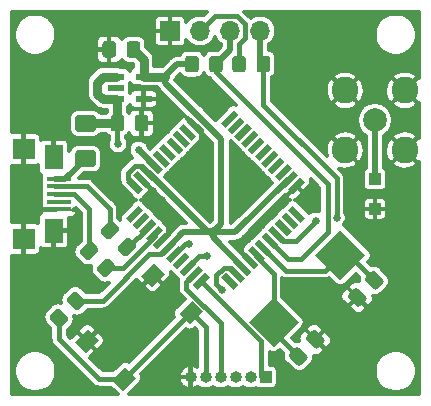
<source format=gbr>
%TF.GenerationSoftware,KiCad,Pcbnew,(5.1.6)-1*%
%TF.CreationDate,2020-08-28T19:49:53-05:00*%
%TF.ProjectId,nrg-control-box,6e72672d-636f-46e7-9472-6f6c2d626f78,rev?*%
%TF.SameCoordinates,Original*%
%TF.FileFunction,Copper,L1,Top*%
%TF.FilePolarity,Positive*%
%FSLAX46Y46*%
G04 Gerber Fmt 4.6, Leading zero omitted, Abs format (unit mm)*
G04 Created by KiCad (PCBNEW (5.1.6)-1) date 2020-08-28 19:49:53*
%MOMM*%
%LPD*%
G01*
G04 APERTURE LIST*
%TA.AperFunction,ComponentPad*%
%ADD10C,2.000000*%
%TD*%
%TA.AperFunction,ComponentPad*%
%ADD11C,2.250000*%
%TD*%
%TA.AperFunction,ComponentPad*%
%ADD12R,1.000000X1.000000*%
%TD*%
%TA.AperFunction,ComponentPad*%
%ADD13O,1.000000X1.000000*%
%TD*%
%TA.AperFunction,SMDPad,CuDef*%
%ADD14R,2.000000X0.400000*%
%TD*%
%TA.AperFunction,SMDPad,CuDef*%
%ADD15R,1.600000X2.100000*%
%TD*%
%TA.AperFunction,SMDPad,CuDef*%
%ADD16R,1.900000X1.800000*%
%TD*%
%TA.AperFunction,SMDPad,CuDef*%
%ADD17C,0.100000*%
%TD*%
%TA.AperFunction,SMDPad,CuDef*%
%ADD18R,1.370000X0.590000*%
%TD*%
%TA.AperFunction,ComponentPad*%
%ADD19R,1.700000X1.700000*%
%TD*%
%TA.AperFunction,ComponentPad*%
%ADD20O,1.700000X1.700000*%
%TD*%
%TA.AperFunction,SMDPad,CuDef*%
%ADD21R,1.000000X1.000000*%
%TD*%
%TA.AperFunction,ViaPad*%
%ADD22C,0.650000*%
%TD*%
%TA.AperFunction,ViaPad*%
%ADD23C,0.850000*%
%TD*%
%TA.AperFunction,Conductor*%
%ADD24C,0.400000*%
%TD*%
%TA.AperFunction,Conductor*%
%ADD25C,0.750000*%
%TD*%
%TA.AperFunction,Conductor*%
%ADD26C,0.500000*%
%TD*%
%TA.AperFunction,Conductor*%
%ADD27C,0.350000*%
%TD*%
G04 APERTURE END LIST*
%TO.P,C5,1*%
%TO.N,VBUS*%
%TA.AperFunction,SMDPad,CuDef*%
G36*
G01*
X133875000Y-101950001D02*
X133875000Y-101049999D01*
G75*
G02*
X134124999Y-100800000I249999J0D01*
G01*
X134775001Y-100800000D01*
G75*
G02*
X135025000Y-101049999I0J-249999D01*
G01*
X135025000Y-101950001D01*
G75*
G02*
X134775001Y-102200000I-249999J0D01*
G01*
X134124999Y-102200000D01*
G75*
G02*
X133875000Y-101950001I0J249999D01*
G01*
G37*
%TD.AperFunction*%
%TO.P,C5,2*%
%TO.N,GND*%
%TA.AperFunction,SMDPad,CuDef*%
G36*
G01*
X135925000Y-101950001D02*
X135925000Y-101049999D01*
G75*
G02*
X136174999Y-100800000I249999J0D01*
G01*
X136825001Y-100800000D01*
G75*
G02*
X137075000Y-101049999I0J-249999D01*
G01*
X137075000Y-101950001D01*
G75*
G02*
X136825001Y-102200000I-249999J0D01*
G01*
X136174999Y-102200000D01*
G75*
G02*
X135925000Y-101950001I0J249999D01*
G01*
G37*
%TD.AperFunction*%
%TD*%
%TO.P,C6,1*%
%TO.N,GND*%
%TA.AperFunction,SMDPad,CuDef*%
G36*
G01*
X154661612Y-116974785D02*
X154025215Y-116338388D01*
G75*
G02*
X154025215Y-115984836I176776J176776D01*
G01*
X154484836Y-115525215D01*
G75*
G02*
X154838388Y-115525215I176776J-176776D01*
G01*
X155474785Y-116161612D01*
G75*
G02*
X155474785Y-116515164I-176776J-176776D01*
G01*
X155015164Y-116974785D01*
G75*
G02*
X154661612Y-116974785I-176776J176776D01*
G01*
G37*
%TD.AperFunction*%
%TO.P,C6,2*%
%TO.N,Net-(C6-Pad2)*%
%TA.AperFunction,SMDPad,CuDef*%
G36*
G01*
X156111180Y-115525217D02*
X155474783Y-114888820D01*
G75*
G02*
X155474783Y-114535268I176776J176776D01*
G01*
X155934404Y-114075647D01*
G75*
G02*
X156287956Y-114075647I176776J-176776D01*
G01*
X156924353Y-114712044D01*
G75*
G02*
X156924353Y-115065596I-176776J-176776D01*
G01*
X156464732Y-115525217D01*
G75*
G02*
X156111180Y-115525217I-176776J176776D01*
G01*
G37*
%TD.AperFunction*%
%TD*%
%TO.P,C7,2*%
%TO.N,GND*%
%TA.AperFunction,SMDPad,CuDef*%
G36*
G01*
X151111180Y-120525217D02*
X150474783Y-119888820D01*
G75*
G02*
X150474783Y-119535268I176776J176776D01*
G01*
X150934404Y-119075647D01*
G75*
G02*
X151287956Y-119075647I176776J-176776D01*
G01*
X151924353Y-119712044D01*
G75*
G02*
X151924353Y-120065596I-176776J-176776D01*
G01*
X151464732Y-120525217D01*
G75*
G02*
X151111180Y-120525217I-176776J176776D01*
G01*
G37*
%TD.AperFunction*%
%TO.P,C7,1*%
%TO.N,Net-(C7-Pad1)*%
%TA.AperFunction,SMDPad,CuDef*%
G36*
G01*
X149661612Y-121974785D02*
X149025215Y-121338388D01*
G75*
G02*
X149025215Y-120984836I176776J176776D01*
G01*
X149484836Y-120525215D01*
G75*
G02*
X149838388Y-120525215I176776J-176776D01*
G01*
X150474785Y-121161612D01*
G75*
G02*
X150474785Y-121515164I-176776J-176776D01*
G01*
X150015164Y-121974785D01*
G75*
G02*
X149661612Y-121974785I-176776J176776D01*
G01*
G37*
%TD.AperFunction*%
%TD*%
%TO.P,C8,2*%
%TO.N,GND*%
%TA.AperFunction,SMDPad,CuDef*%
G36*
G01*
X134325000Y-94799999D02*
X134325000Y-95700001D01*
G75*
G02*
X134075001Y-95950000I-249999J0D01*
G01*
X133424999Y-95950000D01*
G75*
G02*
X133175000Y-95700001I0J249999D01*
G01*
X133175000Y-94799999D01*
G75*
G02*
X133424999Y-94550000I249999J0D01*
G01*
X134075001Y-94550000D01*
G75*
G02*
X134325000Y-94799999I0J-249999D01*
G01*
G37*
%TD.AperFunction*%
%TO.P,C8,1*%
%TO.N,+3V3*%
%TA.AperFunction,SMDPad,CuDef*%
G36*
G01*
X136375000Y-94799999D02*
X136375000Y-95700001D01*
G75*
G02*
X136125001Y-95950000I-249999J0D01*
G01*
X135474999Y-95950000D01*
G75*
G02*
X135225000Y-95700001I0J249999D01*
G01*
X135225000Y-94799999D01*
G75*
G02*
X135474999Y-94550000I249999J0D01*
G01*
X136125001Y-94550000D01*
G75*
G02*
X136375000Y-94799999I0J-249999D01*
G01*
G37*
%TD.AperFunction*%
%TD*%
%TO.P,F1,1*%
%TO.N,VBUS*%
%TA.AperFunction,SMDPad,CuDef*%
G36*
G01*
X131125000Y-100812500D02*
X132375000Y-100812500D01*
G75*
G02*
X132625000Y-101062500I0J-250000D01*
G01*
X132625000Y-101987500D01*
G75*
G02*
X132375000Y-102237500I-250000J0D01*
G01*
X131125000Y-102237500D01*
G75*
G02*
X130875000Y-101987500I0J250000D01*
G01*
X130875000Y-101062500D01*
G75*
G02*
X131125000Y-100812500I250000J0D01*
G01*
G37*
%TD.AperFunction*%
%TO.P,F1,2*%
%TO.N,Net-(F1-Pad2)*%
%TA.AperFunction,SMDPad,CuDef*%
G36*
G01*
X131125000Y-103787500D02*
X132375000Y-103787500D01*
G75*
G02*
X132625000Y-104037500I0J-250000D01*
G01*
X132625000Y-104962500D01*
G75*
G02*
X132375000Y-105212500I-250000J0D01*
G01*
X131125000Y-105212500D01*
G75*
G02*
X130875000Y-104962500I0J250000D01*
G01*
X130875000Y-104037500D01*
G75*
G02*
X131125000Y-103787500I250000J0D01*
G01*
G37*
%TD.AperFunction*%
%TD*%
D10*
%TO.P,J2,1*%
%TO.N,Net-(D1-Pad1)*%
X156250000Y-101250000D03*
D11*
%TO.P,J2,2*%
%TO.N,GND*%
X158775000Y-98725000D03*
X153725000Y-98725000D03*
X153725000Y-103775000D03*
X158775000Y-103775000D03*
%TD*%
D12*
%TO.P,J3,1*%
%TO.N,ISP_MISO*%
X147000000Y-123000000D03*
D13*
%TO.P,J3,2*%
%TO.N,+3V3*%
X145730000Y-123000000D03*
%TO.P,J3,3*%
%TO.N,ISP_SCK*%
X144460000Y-123000000D03*
%TO.P,J3,4*%
%TO.N,ISP_MOSI*%
X143190000Y-123000000D03*
%TO.P,J3,5*%
%TO.N,ISP_RST*%
X141920000Y-123000000D03*
%TO.P,J3,6*%
%TO.N,GND*%
X140650000Y-123000000D03*
%TD*%
D14*
%TO.P,J4,3*%
%TO.N,Net-(J4-Pad3)*%
X129500000Y-107500000D03*
%TO.P,J4,4*%
%TO.N,Net-(J4-Pad4)*%
X129500000Y-108150000D03*
%TO.P,J4,5*%
%TO.N,GND*%
X129500000Y-108800000D03*
%TO.P,J4,1*%
%TO.N,Net-(F1-Pad2)*%
X129500000Y-106200000D03*
%TO.P,J4,2*%
%TO.N,Net-(J4-Pad2)*%
X129500000Y-106850000D03*
D15*
%TO.P,J4,6*%
%TO.N,GND*%
X129050000Y-110600000D03*
X129050000Y-104400000D03*
D16*
X126500000Y-103700000D03*
X126500000Y-111300000D03*
%TD*%
%TO.P,R1,2*%
%TO.N,+3V3*%
%TA.AperFunction,SMDPad,CuDef*%
G36*
G01*
X145325000Y-96049999D02*
X145325000Y-96950001D01*
G75*
G02*
X145075001Y-97200000I-249999J0D01*
G01*
X144424999Y-97200000D01*
G75*
G02*
X144175000Y-96950001I0J249999D01*
G01*
X144175000Y-96049999D01*
G75*
G02*
X144424999Y-95800000I249999J0D01*
G01*
X145075001Y-95800000D01*
G75*
G02*
X145325000Y-96049999I0J-249999D01*
G01*
G37*
%TD.AperFunction*%
%TO.P,R1,1*%
%TO.N,MCU_SDA*%
%TA.AperFunction,SMDPad,CuDef*%
G36*
G01*
X147375000Y-96049999D02*
X147375000Y-96950001D01*
G75*
G02*
X147125001Y-97200000I-249999J0D01*
G01*
X146474999Y-97200000D01*
G75*
G02*
X146225000Y-96950001I0J249999D01*
G01*
X146225000Y-96049999D01*
G75*
G02*
X146474999Y-95800000I249999J0D01*
G01*
X147125001Y-95800000D01*
G75*
G02*
X147375000Y-96049999I0J-249999D01*
G01*
G37*
%TD.AperFunction*%
%TD*%
%TO.P,R2,2*%
%TO.N,MCU_SCL*%
%TA.AperFunction,SMDPad,CuDef*%
G36*
G01*
X142225000Y-96950001D02*
X142225000Y-96049999D01*
G75*
G02*
X142474999Y-95800000I249999J0D01*
G01*
X143125001Y-95800000D01*
G75*
G02*
X143375000Y-96049999I0J-249999D01*
G01*
X143375000Y-96950001D01*
G75*
G02*
X143125001Y-97200000I-249999J0D01*
G01*
X142474999Y-97200000D01*
G75*
G02*
X142225000Y-96950001I0J249999D01*
G01*
G37*
%TD.AperFunction*%
%TO.P,R2,1*%
%TO.N,+3V3*%
%TA.AperFunction,SMDPad,CuDef*%
G36*
G01*
X140175000Y-96950001D02*
X140175000Y-96049999D01*
G75*
G02*
X140424999Y-95800000I249999J0D01*
G01*
X141075001Y-95800000D01*
G75*
G02*
X141325000Y-96049999I0J-249999D01*
G01*
X141325000Y-96950001D01*
G75*
G02*
X141075001Y-97200000I-249999J0D01*
G01*
X140424999Y-97200000D01*
G75*
G02*
X140175000Y-96950001I0J249999D01*
G01*
G37*
%TD.AperFunction*%
%TD*%
%TO.P,R6,2*%
%TO.N,+3V3*%
%TA.AperFunction,SMDPad,CuDef*%
G36*
G01*
X130861180Y-117275217D02*
X130224783Y-116638820D01*
G75*
G02*
X130224783Y-116285268I176776J176776D01*
G01*
X130684404Y-115825647D01*
G75*
G02*
X131037956Y-115825647I176776J-176776D01*
G01*
X131674353Y-116462044D01*
G75*
G02*
X131674353Y-116815596I-176776J-176776D01*
G01*
X131214732Y-117275217D01*
G75*
G02*
X130861180Y-117275217I-176776J176776D01*
G01*
G37*
%TD.AperFunction*%
%TO.P,R6,1*%
%TO.N,ISP_RST*%
%TA.AperFunction,SMDPad,CuDef*%
G36*
G01*
X129411612Y-118724785D02*
X128775215Y-118088388D01*
G75*
G02*
X128775215Y-117734836I176776J176776D01*
G01*
X129234836Y-117275215D01*
G75*
G02*
X129588388Y-117275215I176776J-176776D01*
G01*
X130224785Y-117911612D01*
G75*
G02*
X130224785Y-118265164I-176776J-176776D01*
G01*
X129765164Y-118724785D01*
G75*
G02*
X129411612Y-118724785I-176776J176776D01*
G01*
G37*
%TD.AperFunction*%
%TD*%
%TO.P,R7,1*%
%TO.N,Net-(R7-Pad1)*%
%TA.AperFunction,SMDPad,CuDef*%
G36*
G01*
X134224785Y-113838388D02*
X133588388Y-114474785D01*
G75*
G02*
X133234836Y-114474785I-176776J176776D01*
G01*
X132775215Y-114015164D01*
G75*
G02*
X132775215Y-113661612I176776J176776D01*
G01*
X133411612Y-113025215D01*
G75*
G02*
X133765164Y-113025215I176776J-176776D01*
G01*
X134224785Y-113484836D01*
G75*
G02*
X134224785Y-113838388I-176776J-176776D01*
G01*
G37*
%TD.AperFunction*%
%TO.P,R7,2*%
%TO.N,Net-(J4-Pad3)*%
%TA.AperFunction,SMDPad,CuDef*%
G36*
G01*
X132775217Y-112388820D02*
X132138820Y-113025217D01*
G75*
G02*
X131785268Y-113025217I-176776J176776D01*
G01*
X131325647Y-112565596D01*
G75*
G02*
X131325647Y-112212044I176776J176776D01*
G01*
X131962044Y-111575647D01*
G75*
G02*
X132315596Y-111575647I176776J-176776D01*
G01*
X132775217Y-112035268D01*
G75*
G02*
X132775217Y-112388820I-176776J-176776D01*
G01*
G37*
%TD.AperFunction*%
%TD*%
%TO.P,R8,1*%
%TO.N,Net-(J4-Pad2)*%
%TA.AperFunction,SMDPad,CuDef*%
G36*
G01*
X133075647Y-110462044D02*
X133712044Y-109825647D01*
G75*
G02*
X134065596Y-109825647I176776J-176776D01*
G01*
X134525217Y-110285268D01*
G75*
G02*
X134525217Y-110638820I-176776J-176776D01*
G01*
X133888820Y-111275217D01*
G75*
G02*
X133535268Y-111275217I-176776J176776D01*
G01*
X133075647Y-110815596D01*
G75*
G02*
X133075647Y-110462044I176776J176776D01*
G01*
G37*
%TD.AperFunction*%
%TO.P,R8,2*%
%TO.N,Net-(R8-Pad2)*%
%TA.AperFunction,SMDPad,CuDef*%
G36*
G01*
X134525215Y-111911612D02*
X135161612Y-111275215D01*
G75*
G02*
X135515164Y-111275215I176776J-176776D01*
G01*
X135974785Y-111734836D01*
G75*
G02*
X135974785Y-112088388I-176776J-176776D01*
G01*
X135338388Y-112724785D01*
G75*
G02*
X134984836Y-112724785I-176776J176776D01*
G01*
X134525215Y-112265164D01*
G75*
G02*
X134525215Y-111911612I176776J176776D01*
G01*
G37*
%TD.AperFunction*%
%TD*%
%TA.AperFunction,SMDPad,CuDef*%
D17*
%TO.P,SW1,2*%
%TO.N,GND*%
G36*
X137561683Y-113337098D02*
G01*
X138480922Y-114256337D01*
X137384907Y-115352352D01*
X136465668Y-114433113D01*
X137561683Y-113337098D01*
G37*
%TD.AperFunction*%
%TA.AperFunction,SMDPad,CuDef*%
%TO.P,SW1,1*%
%TO.N,ISP_RST*%
G36*
X140743663Y-116519078D02*
G01*
X141662902Y-117438317D01*
X140566887Y-118534332D01*
X139647648Y-117615093D01*
X140743663Y-116519078D01*
G37*
%TD.AperFunction*%
%TA.AperFunction,SMDPad,CuDef*%
G36*
X135115093Y-122147648D02*
G01*
X136034332Y-123066887D01*
X134938317Y-124162902D01*
X134019078Y-123243663D01*
X135115093Y-122147648D01*
G37*
%TD.AperFunction*%
%TA.AperFunction,SMDPad,CuDef*%
%TO.P,SW1,2*%
%TO.N,GND*%
G36*
X131933113Y-118965668D02*
G01*
X132852352Y-119884907D01*
X131756337Y-120980922D01*
X130837098Y-120061683D01*
X131933113Y-118965668D01*
G37*
%TD.AperFunction*%
%TD*%
%TA.AperFunction,SMDPad,CuDef*%
%TO.P,U3,1*%
%TO.N,Net-(U3-Pad1)*%
G36*
X135555188Y-109926866D02*
G01*
X135166280Y-109537958D01*
X136226940Y-108477298D01*
X136615848Y-108866206D01*
X135555188Y-109926866D01*
G37*
%TD.AperFunction*%
%TA.AperFunction,SMDPad,CuDef*%
%TO.P,U3,2*%
%TO.N,Net-(U3-Pad2)*%
G36*
X136120874Y-110492551D02*
G01*
X135731966Y-110103643D01*
X136792626Y-109042983D01*
X137181534Y-109431891D01*
X136120874Y-110492551D01*
G37*
%TD.AperFunction*%
%TA.AperFunction,SMDPad,CuDef*%
%TO.P,U3,3*%
%TO.N,Net-(R8-Pad2)*%
G36*
X136686559Y-111058236D02*
G01*
X136297651Y-110669328D01*
X137358311Y-109608668D01*
X137747219Y-109997576D01*
X136686559Y-111058236D01*
G37*
%TD.AperFunction*%
%TA.AperFunction,SMDPad,CuDef*%
%TO.P,U3,4*%
%TO.N,Net-(R7-Pad1)*%
G36*
X137252244Y-111623922D02*
G01*
X136863336Y-111235014D01*
X137923996Y-110174354D01*
X138312904Y-110563262D01*
X137252244Y-111623922D01*
G37*
%TD.AperFunction*%
%TA.AperFunction,SMDPad,CuDef*%
%TO.P,U3,5*%
%TO.N,GND*%
G36*
X137817930Y-112189607D02*
G01*
X137429022Y-111800699D01*
X138489682Y-110740039D01*
X138878590Y-111128947D01*
X137817930Y-112189607D01*
G37*
%TD.AperFunction*%
%TA.AperFunction,SMDPad,CuDef*%
%TO.P,U3,6*%
%TO.N,+3V3*%
G36*
X138383615Y-112755293D02*
G01*
X137994707Y-112366385D01*
X139055367Y-111305725D01*
X139444275Y-111694633D01*
X138383615Y-112755293D01*
G37*
%TD.AperFunction*%
%TA.AperFunction,SMDPad,CuDef*%
%TO.P,U3,7*%
%TO.N,VBUS*%
G36*
X138949301Y-113320978D02*
G01*
X138560393Y-112932070D01*
X139621053Y-111871410D01*
X140009961Y-112260318D01*
X138949301Y-113320978D01*
G37*
%TD.AperFunction*%
%TA.AperFunction,SMDPad,CuDef*%
%TO.P,U3,8*%
%TO.N,Net-(U3-Pad8)*%
G36*
X139514986Y-113886664D02*
G01*
X139126078Y-113497756D01*
X140186738Y-112437096D01*
X140575646Y-112826004D01*
X139514986Y-113886664D01*
G37*
%TD.AperFunction*%
%TA.AperFunction,SMDPad,CuDef*%
%TO.P,U3,9*%
%TO.N,ISP_SCK*%
G36*
X140080672Y-114452349D02*
G01*
X139691764Y-114063441D01*
X140752424Y-113002781D01*
X141141332Y-113391689D01*
X140080672Y-114452349D01*
G37*
%TD.AperFunction*%
%TA.AperFunction,SMDPad,CuDef*%
%TO.P,U3,10*%
%TO.N,ISP_MOSI*%
G36*
X140646357Y-115018034D02*
G01*
X140257449Y-114629126D01*
X141318109Y-113568466D01*
X141707017Y-113957374D01*
X140646357Y-115018034D01*
G37*
%TD.AperFunction*%
%TA.AperFunction,SMDPad,CuDef*%
%TO.P,U3,11*%
%TO.N,ISP_MISO*%
G36*
X141212042Y-115583720D02*
G01*
X140823134Y-115194812D01*
X141883794Y-114134152D01*
X142272702Y-114523060D01*
X141212042Y-115583720D01*
G37*
%TD.AperFunction*%
%TA.AperFunction,SMDPad,CuDef*%
%TO.P,U3,12*%
%TO.N,Net-(U3-Pad12)*%
G36*
X144676866Y-115194812D02*
G01*
X144287958Y-115583720D01*
X143227298Y-114523060D01*
X143616206Y-114134152D01*
X144676866Y-115194812D01*
G37*
%TD.AperFunction*%
%TA.AperFunction,SMDPad,CuDef*%
%TO.P,U3,13*%
%TO.N,ISP_RST*%
G36*
X145242551Y-114629126D02*
G01*
X144853643Y-115018034D01*
X143792983Y-113957374D01*
X144181891Y-113568466D01*
X145242551Y-114629126D01*
G37*
%TD.AperFunction*%
%TA.AperFunction,SMDPad,CuDef*%
%TO.P,U3,14*%
%TO.N,+3V3*%
G36*
X145808236Y-114063441D02*
G01*
X145419328Y-114452349D01*
X144358668Y-113391689D01*
X144747576Y-113002781D01*
X145808236Y-114063441D01*
G37*
%TD.AperFunction*%
%TA.AperFunction,SMDPad,CuDef*%
%TO.P,U3,15*%
%TO.N,GND*%
G36*
X146373922Y-113497756D02*
G01*
X145985014Y-113886664D01*
X144924354Y-112826004D01*
X145313262Y-112437096D01*
X146373922Y-113497756D01*
G37*
%TD.AperFunction*%
%TA.AperFunction,SMDPad,CuDef*%
%TO.P,U3,16*%
%TO.N,Net-(C7-Pad1)*%
G36*
X146939607Y-112932070D02*
G01*
X146550699Y-113320978D01*
X145490039Y-112260318D01*
X145878947Y-111871410D01*
X146939607Y-112932070D01*
G37*
%TD.AperFunction*%
%TA.AperFunction,SMDPad,CuDef*%
%TO.P,U3,17*%
%TO.N,Net-(C6-Pad2)*%
G36*
X147505293Y-112366385D02*
G01*
X147116385Y-112755293D01*
X146055725Y-111694633D01*
X146444633Y-111305725D01*
X147505293Y-112366385D01*
G37*
%TD.AperFunction*%
%TA.AperFunction,SMDPad,CuDef*%
%TO.P,U3,18*%
%TO.N,MCU_SCL*%
G36*
X148070978Y-111800699D02*
G01*
X147682070Y-112189607D01*
X146621410Y-111128947D01*
X147010318Y-110740039D01*
X148070978Y-111800699D01*
G37*
%TD.AperFunction*%
%TA.AperFunction,SMDPad,CuDef*%
%TO.P,U3,19*%
%TO.N,MCU_SDA*%
G36*
X148636664Y-111235014D02*
G01*
X148247756Y-111623922D01*
X147187096Y-110563262D01*
X147576004Y-110174354D01*
X148636664Y-111235014D01*
G37*
%TD.AperFunction*%
%TA.AperFunction,SMDPad,CuDef*%
%TO.P,U3,20*%
%TO.N,Net-(U3-Pad20)*%
G36*
X149202349Y-110669328D02*
G01*
X148813441Y-111058236D01*
X147752781Y-109997576D01*
X148141689Y-109608668D01*
X149202349Y-110669328D01*
G37*
%TD.AperFunction*%
%TA.AperFunction,SMDPad,CuDef*%
%TO.P,U3,21*%
%TO.N,Net-(U3-Pad21)*%
G36*
X149768034Y-110103643D02*
G01*
X149379126Y-110492551D01*
X148318466Y-109431891D01*
X148707374Y-109042983D01*
X149768034Y-110103643D01*
G37*
%TD.AperFunction*%
%TA.AperFunction,SMDPad,CuDef*%
%TO.P,U3,22*%
%TO.N,Net-(U3-Pad22)*%
G36*
X150333720Y-109537958D02*
G01*
X149944812Y-109926866D01*
X148884152Y-108866206D01*
X149273060Y-108477298D01*
X150333720Y-109537958D01*
G37*
%TD.AperFunction*%
%TA.AperFunction,SMDPad,CuDef*%
%TO.P,U3,23*%
%TO.N,GND*%
G36*
X149273060Y-107522702D02*
G01*
X148884152Y-107133794D01*
X149944812Y-106073134D01*
X150333720Y-106462042D01*
X149273060Y-107522702D01*
G37*
%TD.AperFunction*%
%TA.AperFunction,SMDPad,CuDef*%
%TO.P,U3,24*%
%TO.N,+3V3*%
G36*
X148707374Y-106957017D02*
G01*
X148318466Y-106568109D01*
X149379126Y-105507449D01*
X149768034Y-105896357D01*
X148707374Y-106957017D01*
G37*
%TD.AperFunction*%
%TA.AperFunction,SMDPad,CuDef*%
%TO.P,U3,25*%
%TO.N,Net-(U3-Pad25)*%
G36*
X148141689Y-106391332D02*
G01*
X147752781Y-106002424D01*
X148813441Y-104941764D01*
X149202349Y-105330672D01*
X148141689Y-106391332D01*
G37*
%TD.AperFunction*%
%TA.AperFunction,SMDPad,CuDef*%
%TO.P,U3,26*%
%TO.N,Net-(U3-Pad26)*%
G36*
X147576004Y-105825646D02*
G01*
X147187096Y-105436738D01*
X148247756Y-104376078D01*
X148636664Y-104764986D01*
X147576004Y-105825646D01*
G37*
%TD.AperFunction*%
%TA.AperFunction,SMDPad,CuDef*%
%TO.P,U3,27*%
%TO.N,Net-(U3-Pad27)*%
G36*
X147010318Y-105259961D02*
G01*
X146621410Y-104871053D01*
X147682070Y-103810393D01*
X148070978Y-104199301D01*
X147010318Y-105259961D01*
G37*
%TD.AperFunction*%
%TA.AperFunction,SMDPad,CuDef*%
%TO.P,U3,28*%
%TO.N,Net-(U3-Pad28)*%
G36*
X146444633Y-104694275D02*
G01*
X146055725Y-104305367D01*
X147116385Y-103244707D01*
X147505293Y-103633615D01*
X146444633Y-104694275D01*
G37*
%TD.AperFunction*%
%TA.AperFunction,SMDPad,CuDef*%
%TO.P,U3,29*%
%TO.N,Net-(U3-Pad29)*%
G36*
X145878947Y-104128590D02*
G01*
X145490039Y-103739682D01*
X146550699Y-102679022D01*
X146939607Y-103067930D01*
X145878947Y-104128590D01*
G37*
%TD.AperFunction*%
%TA.AperFunction,SMDPad,CuDef*%
%TO.P,U3,30*%
%TO.N,Net-(U3-Pad30)*%
G36*
X145313262Y-103562904D02*
G01*
X144924354Y-103173996D01*
X145985014Y-102113336D01*
X146373922Y-102502244D01*
X145313262Y-103562904D01*
G37*
%TD.AperFunction*%
%TA.AperFunction,SMDPad,CuDef*%
%TO.P,U3,31*%
%TO.N,Net-(U3-Pad31)*%
G36*
X144747576Y-102997219D02*
G01*
X144358668Y-102608311D01*
X145419328Y-101547651D01*
X145808236Y-101936559D01*
X144747576Y-102997219D01*
G37*
%TD.AperFunction*%
%TA.AperFunction,SMDPad,CuDef*%
%TO.P,U3,32*%
%TO.N,Net-(U3-Pad32)*%
G36*
X144181891Y-102431534D02*
G01*
X143792983Y-102042626D01*
X144853643Y-100981966D01*
X145242551Y-101370874D01*
X144181891Y-102431534D01*
G37*
%TD.AperFunction*%
%TA.AperFunction,SMDPad,CuDef*%
%TO.P,U3,33*%
%TO.N,Net-(U3-Pad33)*%
G36*
X143616206Y-101865848D02*
G01*
X143227298Y-101476940D01*
X144287958Y-100416280D01*
X144676866Y-100805188D01*
X143616206Y-101865848D01*
G37*
%TD.AperFunction*%
%TA.AperFunction,SMDPad,CuDef*%
%TO.P,U3,34*%
%TO.N,+3V3*%
G36*
X142272702Y-101476940D02*
G01*
X141883794Y-101865848D01*
X140823134Y-100805188D01*
X141212042Y-100416280D01*
X142272702Y-101476940D01*
G37*
%TD.AperFunction*%
%TA.AperFunction,SMDPad,CuDef*%
%TO.P,U3,35*%
%TO.N,GND*%
G36*
X141707017Y-102042626D02*
G01*
X141318109Y-102431534D01*
X140257449Y-101370874D01*
X140646357Y-100981966D01*
X141707017Y-102042626D01*
G37*
%TD.AperFunction*%
%TA.AperFunction,SMDPad,CuDef*%
%TO.P,U3,36*%
%TO.N,Net-(U3-Pad36)*%
G36*
X141141332Y-102608311D02*
G01*
X140752424Y-102997219D01*
X139691764Y-101936559D01*
X140080672Y-101547651D01*
X141141332Y-102608311D01*
G37*
%TD.AperFunction*%
%TA.AperFunction,SMDPad,CuDef*%
%TO.P,U3,37*%
%TO.N,Net-(U3-Pad37)*%
G36*
X140575646Y-103173996D02*
G01*
X140186738Y-103562904D01*
X139126078Y-102502244D01*
X139514986Y-102113336D01*
X140575646Y-103173996D01*
G37*
%TD.AperFunction*%
%TA.AperFunction,SMDPad,CuDef*%
%TO.P,U3,38*%
%TO.N,Net-(U3-Pad38)*%
G36*
X140009961Y-103739682D02*
G01*
X139621053Y-104128590D01*
X138560393Y-103067930D01*
X138949301Y-102679022D01*
X140009961Y-103739682D01*
G37*
%TD.AperFunction*%
%TA.AperFunction,SMDPad,CuDef*%
%TO.P,U3,39*%
%TO.N,Net-(U3-Pad39)*%
G36*
X139444275Y-104305367D02*
G01*
X139055367Y-104694275D01*
X137994707Y-103633615D01*
X138383615Y-103244707D01*
X139444275Y-104305367D01*
G37*
%TD.AperFunction*%
%TA.AperFunction,SMDPad,CuDef*%
%TO.P,U3,40*%
%TO.N,Net-(U3-Pad40)*%
G36*
X138878590Y-104871053D02*
G01*
X138489682Y-105259961D01*
X137429022Y-104199301D01*
X137817930Y-103810393D01*
X138878590Y-104871053D01*
G37*
%TD.AperFunction*%
%TA.AperFunction,SMDPad,CuDef*%
%TO.P,U3,41*%
%TO.N,Net-(U2-Pad4)*%
G36*
X138312904Y-105436738D02*
G01*
X137923996Y-105825646D01*
X136863336Y-104764986D01*
X137252244Y-104376078D01*
X138312904Y-105436738D01*
G37*
%TD.AperFunction*%
%TA.AperFunction,SMDPad,CuDef*%
%TO.P,U3,42*%
%TO.N,+3V3*%
G36*
X137747219Y-106002424D02*
G01*
X137358311Y-106391332D01*
X136297651Y-105330672D01*
X136686559Y-104941764D01*
X137747219Y-106002424D01*
G37*
%TD.AperFunction*%
%TA.AperFunction,SMDPad,CuDef*%
%TO.P,U3,43*%
%TO.N,GND*%
G36*
X137181534Y-106568109D02*
G01*
X136792626Y-106957017D01*
X135731966Y-105896357D01*
X136120874Y-105507449D01*
X137181534Y-106568109D01*
G37*
%TD.AperFunction*%
%TA.AperFunction,SMDPad,CuDef*%
%TO.P,U3,44*%
%TO.N,+3V3*%
G36*
X136615848Y-107133794D02*
G01*
X136226940Y-107522702D01*
X135166280Y-106462042D01*
X135555188Y-106073134D01*
X136615848Y-107133794D01*
G37*
%TD.AperFunction*%
%TD*%
D18*
%TO.P,U4,1*%
%TO.N,VBUS*%
X134325000Y-97550000D03*
%TO.P,U4,2*%
%TO.N,N/C*%
X134325000Y-98500000D03*
%TO.P,U4,3*%
%TO.N,VBUS*%
X134325000Y-99450000D03*
%TO.P,U4,4*%
%TO.N,GND*%
X136675000Y-99450000D03*
%TO.P,U4,5*%
%TO.N,+3V3*%
X136675000Y-97550000D03*
%TD*%
%TA.AperFunction,SMDPad,CuDef*%
D17*
%TO.P,Y1,1*%
%TO.N,Net-(C6-Pad2)*%
G36*
X153328427Y-110550253D02*
G01*
X155449747Y-112671573D01*
X153328427Y-114792893D01*
X151207107Y-112671573D01*
X153328427Y-110550253D01*
G37*
%TD.AperFunction*%
%TA.AperFunction,SMDPad,CuDef*%
%TO.P,Y1,2*%
%TO.N,Net-(C7-Pad1)*%
G36*
X147671573Y-116207107D02*
G01*
X149792893Y-118328427D01*
X147671573Y-120449747D01*
X145550253Y-118328427D01*
X147671573Y-116207107D01*
G37*
%TD.AperFunction*%
%TD*%
D19*
%TO.P,J1,1*%
%TO.N,GND*%
X138900000Y-93700000D03*
D20*
%TO.P,J1,2*%
%TO.N,+3V3*%
X141440000Y-93700000D03*
%TO.P,J1,3*%
%TO.N,MCU_SCL*%
X143980000Y-93700000D03*
%TO.P,J1,4*%
%TO.N,MCU_SDA*%
X146520000Y-93700000D03*
%TD*%
D21*
%TO.P,D1,1*%
%TO.N,Net-(D1-Pad1)*%
X156250000Y-106250000D03*
%TO.P,D1,2*%
%TO.N,GND*%
X156250000Y-108750000D03*
%TD*%
D22*
%TO.N,GND*%
X125750000Y-97000000D03*
X125750000Y-98000000D03*
X125750000Y-99000000D03*
X125750000Y-100000000D03*
X125750000Y-101000000D03*
X125750000Y-102000000D03*
X125750000Y-105500000D03*
X125750000Y-106500000D03*
X125750000Y-107500000D03*
X125750000Y-108500000D03*
X125750000Y-109500000D03*
X125750000Y-119500000D03*
X125750000Y-118500000D03*
X125750000Y-117500000D03*
X125750000Y-116500000D03*
X125750000Y-115500000D03*
X125750000Y-114500000D03*
X125750000Y-113500000D03*
X130500000Y-124250000D03*
X131500000Y-124250000D03*
X132500000Y-124250000D03*
X133500000Y-124250000D03*
X136750000Y-124250000D03*
X137750000Y-124250000D03*
X138750000Y-124250000D03*
X155000000Y-124250000D03*
X154000000Y-124250000D03*
X153000000Y-124250000D03*
X152000000Y-124250000D03*
X151000000Y-124250000D03*
X150000000Y-124250000D03*
X149000000Y-124250000D03*
X159750000Y-119500000D03*
X159750000Y-118500000D03*
X159750000Y-117500000D03*
X159750000Y-116500000D03*
X159750000Y-115500000D03*
X159750000Y-114500000D03*
X159750000Y-113500000D03*
X159750000Y-112500000D03*
X159750000Y-111500000D03*
X159750000Y-110500000D03*
X159750000Y-109500000D03*
X159750000Y-108500000D03*
X159750000Y-107500000D03*
X159750000Y-106500000D03*
X159750000Y-105500000D03*
X159750000Y-97000000D03*
X155000000Y-92250000D03*
X154000000Y-92250000D03*
X153000000Y-92250000D03*
X152000000Y-92250000D03*
X130500000Y-92250000D03*
X131500000Y-92250000D03*
X132500000Y-92250000D03*
X133500000Y-92250000D03*
X134500000Y-92250000D03*
X135500000Y-92250000D03*
X136500000Y-92250000D03*
X137500000Y-107250000D03*
X138250000Y-108000000D03*
X137000000Y-108000000D03*
X137750000Y-108750000D03*
X143250000Y-100250000D03*
X142250000Y-100250000D03*
X140000000Y-105500000D03*
X141000000Y-105500000D03*
X144250000Y-105500000D03*
X145250000Y-105500000D03*
X146250000Y-105500000D03*
X147000000Y-106250000D03*
X145250000Y-111250000D03*
X146000000Y-110500000D03*
X148500000Y-108000000D03*
X147750000Y-108750000D03*
X147000000Y-109500000D03*
X133250000Y-118500000D03*
X134000000Y-117750000D03*
X134750000Y-117000000D03*
X135500000Y-116250000D03*
X136250000Y-115500000D03*
X151250000Y-95500000D03*
%TO.N,+3V3*%
X138500000Y-97500000D03*
D23*
X142500000Y-110750000D03*
D22*
%TO.N,VBUS*%
X134500000Y-103250000D03*
X140500000Y-111750000D03*
%TO.N,MCU_SDA*%
X153000000Y-109500000D03*
X151250000Y-109750000D03*
%TO.N,ISP_SCK*%
X142000000Y-112750000D03*
%TO.N,ISP_RST*%
X143340715Y-115659285D03*
%TO.N,Net-(U2-Pad4)*%
X136250000Y-103750000D03*
%TD*%
D24*
%TO.N,GND*%
X136482233Y-106232233D02*
X137500000Y-107250000D01*
X136456750Y-106232233D02*
X136482233Y-106232233D01*
X137500000Y-107250000D02*
X138250000Y-108000000D01*
X141541342Y-104958658D02*
X141000000Y-105500000D01*
X141541342Y-102089098D02*
X141541342Y-104958658D01*
X141158994Y-101706750D02*
X141541342Y-102089098D01*
X140982233Y-101706750D02*
X141158994Y-101706750D01*
X144925001Y-112437743D02*
X145649138Y-113161880D01*
X144925001Y-111574999D02*
X144925001Y-112437743D01*
X145250000Y-111250000D02*
X144925001Y-111574999D01*
X138712914Y-109712914D02*
X137750000Y-108750000D01*
X138712914Y-110905715D02*
X138712914Y-109712914D01*
X138153806Y-111464823D02*
X138712914Y-110905715D01*
X126050000Y-108800000D02*
X125750000Y-108500000D01*
X129175000Y-108800000D02*
X126050000Y-108800000D01*
D25*
%TO.N,+3V3*%
X136675000Y-96125000D02*
X135800000Y-95250000D01*
X136675000Y-97550000D02*
X136675000Y-96125000D01*
X136675000Y-97550000D02*
X138450000Y-97550000D01*
X138450000Y-97550000D02*
X138500000Y-97500000D01*
D26*
X138719491Y-112030509D02*
X140000000Y-110750000D01*
X140000000Y-110750000D02*
X142500000Y-110750000D01*
X142500000Y-111144113D02*
X142500000Y-110750000D01*
X145083452Y-113727565D02*
X142500000Y-111144113D01*
X144419433Y-110750000D02*
X142500000Y-110750000D01*
X148937200Y-106232233D02*
X144419433Y-110750000D01*
X149043250Y-106232233D02*
X148937200Y-106232233D01*
X142105887Y-110750000D02*
X142500000Y-110750000D01*
X137022435Y-105666548D02*
X142105887Y-110750000D01*
D24*
X135331956Y-105730667D02*
X135955184Y-105107439D01*
X135955184Y-105107439D02*
X136463326Y-105107439D01*
X135331956Y-106238810D02*
X135331956Y-105730667D01*
X136463326Y-105107439D02*
X137022435Y-105666548D01*
X135891064Y-106797918D02*
X135331956Y-106238810D01*
X130949568Y-116550432D02*
X133199568Y-116550432D01*
X138160383Y-112589617D02*
X138719491Y-112030509D01*
X137160383Y-112589617D02*
X138160383Y-112589617D01*
X133199568Y-116550432D02*
X137160383Y-112589617D01*
D26*
X138500000Y-98093146D02*
X138500000Y-97500000D01*
X141547918Y-101141064D02*
X138500000Y-98093146D01*
X139500000Y-96500000D02*
X138500000Y-97500000D01*
X140750000Y-96500000D02*
X139500000Y-96500000D01*
D24*
X142690001Y-92449999D02*
X141440000Y-93700000D01*
X144580001Y-92449999D02*
X142690001Y-92449999D01*
X145230001Y-93099999D02*
X144580001Y-92449999D01*
X145230001Y-94300001D02*
X145230001Y-93099999D01*
X144750000Y-94780002D02*
X145230001Y-94300001D01*
X144750000Y-96500000D02*
X144750000Y-94780002D01*
D26*
X141547918Y-101141064D02*
X143250000Y-102843146D01*
X143250000Y-110000000D02*
X142500000Y-110750000D01*
X143250000Y-102843146D02*
X143250000Y-110000000D01*
D25*
%TO.N,VBUS*%
X134425000Y-101525000D02*
X134450000Y-101500000D01*
X131750000Y-101525000D02*
X134425000Y-101525000D01*
X134450000Y-99575000D02*
X134325000Y-99450000D01*
X134450000Y-101500000D02*
X134450000Y-99575000D01*
X134325000Y-99450000D02*
X133200000Y-99450000D01*
X133200000Y-99450000D02*
X132750000Y-99000000D01*
X133259998Y-97550000D02*
X134325000Y-97550000D01*
X132750000Y-98059998D02*
X133259998Y-97550000D01*
X132750000Y-99000000D02*
X132750000Y-98059998D01*
D24*
X134450000Y-101500000D02*
X134450000Y-103200000D01*
X134450000Y-103200000D02*
X134500000Y-103250000D01*
X140131371Y-111750000D02*
X139285177Y-112596194D01*
X140500000Y-111750000D02*
X140131371Y-111750000D01*
%TO.N,Net-(C6-Pad2)*%
X154070709Y-112671573D02*
X156199568Y-114800432D01*
X153328427Y-112671573D02*
X154070709Y-112671573D01*
X146780509Y-112030509D02*
X148750000Y-114000000D01*
X152000000Y-114000000D02*
X153328427Y-112671573D01*
X148750000Y-114000000D02*
X152000000Y-114000000D01*
%TO.N,Net-(C7-Pad1)*%
X147671573Y-114229705D02*
X147671573Y-118328427D01*
X146214823Y-112772955D02*
X147671573Y-114229705D01*
X146214823Y-112596194D02*
X146214823Y-112772955D01*
X147671573Y-119171573D02*
X149750000Y-121250000D01*
X147671573Y-118328427D02*
X147671573Y-119171573D01*
D26*
%TO.N,Net-(D1-Pad1)*%
X156250000Y-101250000D02*
X156250000Y-106250000D01*
%TO.N,Net-(F1-Pad2)*%
X130050000Y-106200000D02*
X131750000Y-104500000D01*
X129175000Y-106200000D02*
X130050000Y-106200000D01*
%TO.N,MCU_SCL*%
X143980000Y-95320000D02*
X142800000Y-96500000D01*
X143980000Y-93700000D02*
X143980000Y-95320000D01*
D24*
X142800000Y-97200000D02*
X152250000Y-106650000D01*
X142800000Y-96500000D02*
X142800000Y-97200000D01*
X152250000Y-106650000D02*
X152250000Y-110750000D01*
X152250000Y-110750000D02*
X150000000Y-113000000D01*
X148881371Y-113000000D02*
X147346194Y-111464823D01*
X150000000Y-113000000D02*
X148881371Y-113000000D01*
D26*
%TO.N,MCU_SDA*%
X146520000Y-96220000D02*
X146800000Y-96500000D01*
X146520000Y-93700000D02*
X146520000Y-96220000D01*
D24*
X153000000Y-106151458D02*
X153000000Y-109500000D01*
X146800000Y-96500000D02*
X146800000Y-99951458D01*
X146800000Y-99951458D02*
X153000000Y-106151458D01*
X148470988Y-111458246D02*
X147911880Y-110899138D01*
X149541754Y-111458246D02*
X148470988Y-111458246D01*
X151250000Y-109750000D02*
X149541754Y-111458246D01*
%TO.N,ISP_MISO*%
X141547918Y-114891794D02*
X141547918Y-114858936D01*
X146630001Y-119973877D02*
X141547918Y-114891794D01*
X146630001Y-122880001D02*
X146630001Y-119973877D01*
X146750000Y-123000000D02*
X146630001Y-122880001D01*
X147000000Y-123000000D02*
X146750000Y-123000000D01*
%TO.N,ISP_SCK*%
X141394113Y-112750000D02*
X140416548Y-113727565D01*
X142000000Y-112750000D02*
X141394113Y-112750000D01*
%TO.N,ISP_MOSI*%
X143190000Y-118399714D02*
X140290286Y-115500000D01*
X143190000Y-123000000D02*
X143190000Y-118399714D01*
X140290286Y-114985197D02*
X140982233Y-114293250D01*
X140290286Y-115500000D02*
X140290286Y-114985197D01*
%TO.N,ISP_RST*%
X135026705Y-123155275D02*
X132905275Y-123155275D01*
X129500000Y-119750000D02*
X129500000Y-118000000D01*
X132905275Y-123155275D02*
X129500000Y-119750000D01*
X141920000Y-118791430D02*
X141920000Y-123000000D01*
X140655275Y-117526705D02*
X141920000Y-118791430D01*
X135026705Y-123155275D02*
X140655275Y-117526705D01*
X143958659Y-113734142D02*
X143450516Y-113734142D01*
X143450516Y-113734142D02*
X142827288Y-114357370D01*
X144517767Y-114293250D02*
X143958659Y-113734142D01*
X142827288Y-114357370D02*
X142827288Y-115145858D01*
X142827288Y-115145858D02*
X143340715Y-115659285D01*
%TO.N,Net-(J4-Pad3)*%
X132050432Y-108780430D02*
X132050432Y-112300432D01*
X130770002Y-107500000D02*
X132050432Y-108780430D01*
X129175000Y-107500000D02*
X130770002Y-107500000D01*
%TO.N,Net-(J4-Pad2)*%
X129175000Y-106850000D02*
X131850000Y-106850000D01*
X133800432Y-108800432D02*
X133800432Y-110550432D01*
X131850000Y-106850000D02*
X133800432Y-108800432D01*
%TO.N,Net-(R7-Pad1)*%
X137588120Y-111040754D02*
X137588120Y-110899138D01*
X134878874Y-113750000D02*
X137588120Y-111040754D01*
X133500000Y-113750000D02*
X134878874Y-113750000D01*
%TO.N,Net-(R8-Pad2)*%
X135355887Y-112000000D02*
X137022435Y-110333452D01*
X135250000Y-112000000D02*
X135355887Y-112000000D01*
D26*
%TO.N,Net-(U2-Pad4)*%
X136250000Y-103762742D02*
X137588120Y-105100862D01*
X136250000Y-103750000D02*
X136250000Y-103762742D01*
%TD*%
D27*
%TO.N,GND*%
G36*
X141754145Y-92360550D02*
G01*
X141575426Y-92325000D01*
X141304574Y-92325000D01*
X141038927Y-92377841D01*
X140788693Y-92481491D01*
X140563489Y-92631968D01*
X140371968Y-92823489D01*
X140277117Y-92965443D01*
X140277540Y-92850000D01*
X140267403Y-92747082D01*
X140237383Y-92648119D01*
X140188633Y-92556914D01*
X140123027Y-92476973D01*
X140043086Y-92411367D01*
X139951881Y-92362617D01*
X139852918Y-92332597D01*
X139750000Y-92322460D01*
X139056250Y-92325000D01*
X138925000Y-92456250D01*
X138925000Y-93675000D01*
X138945000Y-93675000D01*
X138945000Y-93725000D01*
X138925000Y-93725000D01*
X138925000Y-94943750D01*
X139056250Y-95075000D01*
X139750000Y-95077540D01*
X139852918Y-95067403D01*
X139951881Y-95037383D01*
X140043086Y-94988633D01*
X140123027Y-94923027D01*
X140188633Y-94843086D01*
X140237383Y-94751881D01*
X140267403Y-94652918D01*
X140277540Y-94550000D01*
X140277117Y-94434557D01*
X140371968Y-94576511D01*
X140563489Y-94768032D01*
X140788693Y-94918509D01*
X141038927Y-95022159D01*
X141304574Y-95075000D01*
X141575426Y-95075000D01*
X141841073Y-95022159D01*
X142091307Y-94918509D01*
X142316511Y-94768032D01*
X142508032Y-94576511D01*
X142658509Y-94351307D01*
X142710000Y-94226996D01*
X142761491Y-94351307D01*
X142911968Y-94576511D01*
X143103489Y-94768032D01*
X143205001Y-94835860D01*
X143205001Y-94998984D01*
X142931525Y-95272460D01*
X142474999Y-95272460D01*
X142323309Y-95287400D01*
X142177448Y-95331647D01*
X142043021Y-95403499D01*
X141925196Y-95500196D01*
X141828499Y-95618021D01*
X141775000Y-95718112D01*
X141721501Y-95618021D01*
X141624804Y-95500196D01*
X141506979Y-95403499D01*
X141372552Y-95331647D01*
X141226691Y-95287400D01*
X141075001Y-95272460D01*
X140424999Y-95272460D01*
X140273309Y-95287400D01*
X140127448Y-95331647D01*
X139993021Y-95403499D01*
X139875196Y-95500196D01*
X139778499Y-95618021D01*
X139721318Y-95725000D01*
X139538063Y-95725000D01*
X139500000Y-95721251D01*
X139461937Y-95725000D01*
X139461935Y-95725000D01*
X139348074Y-95736214D01*
X139235987Y-95770216D01*
X139201985Y-95780530D01*
X139067349Y-95852494D01*
X139011524Y-95898309D01*
X138949341Y-95949341D01*
X138925076Y-95978908D01*
X138276764Y-96627221D01*
X138201673Y-96650000D01*
X137575000Y-96650000D01*
X137575000Y-96169207D01*
X137579354Y-96125000D01*
X137561977Y-95948569D01*
X137538343Y-95870659D01*
X137510514Y-95778919D01*
X137426943Y-95622568D01*
X137314475Y-95485525D01*
X137280135Y-95457343D01*
X136902540Y-95079748D01*
X136902540Y-94799999D01*
X136887600Y-94648309D01*
X136857778Y-94550000D01*
X137522460Y-94550000D01*
X137532597Y-94652918D01*
X137562617Y-94751881D01*
X137611367Y-94843086D01*
X137676973Y-94923027D01*
X137756914Y-94988633D01*
X137848119Y-95037383D01*
X137947082Y-95067403D01*
X138050000Y-95077540D01*
X138743750Y-95075000D01*
X138875000Y-94943750D01*
X138875000Y-93725000D01*
X137656250Y-93725000D01*
X137525000Y-93856250D01*
X137522460Y-94550000D01*
X136857778Y-94550000D01*
X136843353Y-94502448D01*
X136771501Y-94368021D01*
X136674804Y-94250196D01*
X136556979Y-94153499D01*
X136422552Y-94081647D01*
X136276691Y-94037400D01*
X136125001Y-94022460D01*
X135474999Y-94022460D01*
X135323309Y-94037400D01*
X135177448Y-94081647D01*
X135043021Y-94153499D01*
X134925196Y-94250196D01*
X134828499Y-94368021D01*
X134822069Y-94380050D01*
X134812383Y-94348119D01*
X134763633Y-94256914D01*
X134698027Y-94176973D01*
X134618086Y-94111367D01*
X134526881Y-94062617D01*
X134427918Y-94032597D01*
X134325000Y-94022460D01*
X133906250Y-94025000D01*
X133775000Y-94156250D01*
X133775000Y-95225000D01*
X133795000Y-95225000D01*
X133795000Y-95275000D01*
X133775000Y-95275000D01*
X133775000Y-96343750D01*
X133906250Y-96475000D01*
X134325000Y-96477540D01*
X134427918Y-96467403D01*
X134526881Y-96437383D01*
X134618086Y-96388633D01*
X134698027Y-96323027D01*
X134763633Y-96243086D01*
X134812383Y-96151881D01*
X134822069Y-96119950D01*
X134828499Y-96131979D01*
X134925196Y-96249804D01*
X135043021Y-96346501D01*
X135177448Y-96418353D01*
X135323309Y-96462600D01*
X135474999Y-96477540D01*
X135754748Y-96477540D01*
X135775001Y-96497793D01*
X135775001Y-96774629D01*
X135696914Y-96816367D01*
X135616973Y-96881973D01*
X135551367Y-96961914D01*
X135502617Y-97053119D01*
X135500000Y-97061746D01*
X135497383Y-97053119D01*
X135448633Y-96961914D01*
X135383027Y-96881973D01*
X135303086Y-96816367D01*
X135211881Y-96767617D01*
X135112918Y-96737597D01*
X135010000Y-96727460D01*
X134695354Y-96727460D01*
X134671081Y-96714486D01*
X134501431Y-96663023D01*
X134369207Y-96650000D01*
X133304204Y-96650000D01*
X133259997Y-96645646D01*
X133215791Y-96650000D01*
X133083567Y-96663023D01*
X132913917Y-96714486D01*
X132757566Y-96798057D01*
X132620523Y-96910525D01*
X132592343Y-96944863D01*
X132144861Y-97392345D01*
X132110526Y-97420523D01*
X132082348Y-97454858D01*
X132082345Y-97454861D01*
X131998057Y-97557567D01*
X131914487Y-97713917D01*
X131863023Y-97883568D01*
X131845646Y-98059998D01*
X131850001Y-98104214D01*
X131850000Y-98955793D01*
X131845646Y-99000000D01*
X131854283Y-99087695D01*
X131863023Y-99176430D01*
X131914486Y-99346080D01*
X131998057Y-99502431D01*
X132110525Y-99639475D01*
X132144865Y-99667657D01*
X132532343Y-100055135D01*
X132560525Y-100089475D01*
X132697568Y-100201943D01*
X132853919Y-100285514D01*
X133023569Y-100336977D01*
X133155793Y-100350000D01*
X133155795Y-100350000D01*
X133199999Y-100354354D01*
X133244203Y-100350000D01*
X133550001Y-100350000D01*
X133550001Y-100530897D01*
X133478499Y-100618021D01*
X133474769Y-100625000D01*
X133016969Y-100625000D01*
X132924804Y-100512696D01*
X132806978Y-100415999D01*
X132672552Y-100344147D01*
X132526691Y-100299900D01*
X132375000Y-100284960D01*
X131125000Y-100284960D01*
X130973309Y-100299900D01*
X130827448Y-100344147D01*
X130693022Y-100415999D01*
X130575196Y-100512696D01*
X130478499Y-100630522D01*
X130406647Y-100764948D01*
X130362400Y-100910809D01*
X130347460Y-101062500D01*
X130347460Y-101987500D01*
X130362400Y-102139191D01*
X130406647Y-102285052D01*
X130478499Y-102419478D01*
X130575196Y-102537304D01*
X130693022Y-102634001D01*
X130827448Y-102705853D01*
X130973309Y-102750100D01*
X131125000Y-102765040D01*
X132375000Y-102765040D01*
X132526691Y-102750100D01*
X132672552Y-102705853D01*
X132806978Y-102634001D01*
X132924804Y-102537304D01*
X133016969Y-102425000D01*
X133513806Y-102425000D01*
X133575196Y-102499804D01*
X133693021Y-102596501D01*
X133725001Y-102613594D01*
X133725001Y-102899857D01*
X133682665Y-103002064D01*
X133650000Y-103166282D01*
X133650000Y-103333718D01*
X133682665Y-103497936D01*
X133746740Y-103652626D01*
X133839762Y-103791844D01*
X133958156Y-103910238D01*
X134097374Y-104003260D01*
X134252064Y-104067335D01*
X134416282Y-104100000D01*
X134583718Y-104100000D01*
X134747936Y-104067335D01*
X134902626Y-104003260D01*
X135041844Y-103910238D01*
X135160238Y-103791844D01*
X135253260Y-103652626D01*
X135317335Y-103497936D01*
X135350000Y-103333718D01*
X135350000Y-103166282D01*
X135317335Y-103002064D01*
X135253260Y-102847374D01*
X135175000Y-102730249D01*
X135175000Y-102613594D01*
X135206979Y-102596501D01*
X135324804Y-102499804D01*
X135421501Y-102381979D01*
X135427931Y-102369950D01*
X135437617Y-102401881D01*
X135486367Y-102493086D01*
X135551973Y-102573027D01*
X135631914Y-102638633D01*
X135723119Y-102687383D01*
X135822082Y-102717403D01*
X135925000Y-102727540D01*
X136343750Y-102725000D01*
X136475000Y-102593750D01*
X136475000Y-101525000D01*
X136525000Y-101525000D01*
X136525000Y-102593750D01*
X136656250Y-102725000D01*
X137075000Y-102727540D01*
X137177918Y-102717403D01*
X137276881Y-102687383D01*
X137368086Y-102638633D01*
X137448027Y-102573027D01*
X137513633Y-102493086D01*
X137562383Y-102401881D01*
X137592403Y-102302918D01*
X137602540Y-102200000D01*
X137600000Y-101656250D01*
X137468750Y-101525000D01*
X136525000Y-101525000D01*
X136475000Y-101525000D01*
X136455000Y-101525000D01*
X136455000Y-101475000D01*
X136475000Y-101475000D01*
X136475000Y-100406250D01*
X136525000Y-100406250D01*
X136525000Y-101475000D01*
X137468750Y-101475000D01*
X137600000Y-101343750D01*
X137602540Y-100800000D01*
X137592403Y-100697082D01*
X137562383Y-100598119D01*
X137513633Y-100506914D01*
X137448027Y-100426973D01*
X137368086Y-100361367D01*
X137276881Y-100312617D01*
X137177918Y-100282597D01*
X137075000Y-100272460D01*
X136656250Y-100275000D01*
X136525000Y-100406250D01*
X136475000Y-100406250D01*
X136343750Y-100275000D01*
X135925000Y-100272460D01*
X135822082Y-100282597D01*
X135723119Y-100312617D01*
X135631914Y-100361367D01*
X135551973Y-100426973D01*
X135486367Y-100506914D01*
X135437617Y-100598119D01*
X135427931Y-100630050D01*
X135421501Y-100618021D01*
X135350000Y-100530897D01*
X135350000Y-100145132D01*
X135383027Y-100118027D01*
X135448633Y-100038086D01*
X135497383Y-99946881D01*
X135500000Y-99938254D01*
X135502617Y-99946881D01*
X135551367Y-100038086D01*
X135616973Y-100118027D01*
X135696914Y-100183633D01*
X135788119Y-100232383D01*
X135887082Y-100262403D01*
X135990000Y-100272540D01*
X136518750Y-100270000D01*
X136650000Y-100138750D01*
X136650000Y-99475000D01*
X136700000Y-99475000D01*
X136700000Y-100138750D01*
X136831250Y-100270000D01*
X137360000Y-100272540D01*
X137462918Y-100262403D01*
X137561881Y-100232383D01*
X137653086Y-100183633D01*
X137733027Y-100118027D01*
X137798633Y-100038086D01*
X137847383Y-99946881D01*
X137877403Y-99847918D01*
X137887540Y-99745000D01*
X137885000Y-99606250D01*
X137753750Y-99475000D01*
X136700000Y-99475000D01*
X136650000Y-99475000D01*
X136630000Y-99475000D01*
X136630000Y-99425000D01*
X136650000Y-99425000D01*
X136650000Y-98761250D01*
X136700000Y-98761250D01*
X136700000Y-99425000D01*
X137753750Y-99425000D01*
X137885000Y-99293750D01*
X137887540Y-99155000D01*
X137877403Y-99052082D01*
X137847383Y-98953119D01*
X137798633Y-98861914D01*
X137733027Y-98781973D01*
X137653086Y-98716367D01*
X137561881Y-98667617D01*
X137462918Y-98637597D01*
X137360000Y-98627460D01*
X136831250Y-98630000D01*
X136700000Y-98761250D01*
X136650000Y-98761250D01*
X136518750Y-98630000D01*
X135990000Y-98627460D01*
X135887082Y-98637597D01*
X135788119Y-98667617D01*
X135696914Y-98716367D01*
X135616973Y-98781973D01*
X135551367Y-98861914D01*
X135521210Y-98918334D01*
X135527403Y-98897918D01*
X135537540Y-98795000D01*
X135537540Y-98205000D01*
X135527403Y-98102082D01*
X135521210Y-98081666D01*
X135551367Y-98138086D01*
X135616973Y-98218027D01*
X135696914Y-98283633D01*
X135788119Y-98332383D01*
X135887082Y-98362403D01*
X135990000Y-98372540D01*
X136304646Y-98372540D01*
X136328919Y-98385514D01*
X136498569Y-98436977D01*
X136675000Y-98454354D01*
X136719206Y-98450000D01*
X137811981Y-98450000D01*
X137852494Y-98525796D01*
X137868785Y-98545646D01*
X137949341Y-98643805D01*
X137978918Y-98668078D01*
X140191157Y-100880318D01*
X140191157Y-100880319D01*
X140356241Y-101045403D01*
X140384501Y-101098274D01*
X140433670Y-101158187D01*
X140373758Y-101109018D01*
X140320885Y-101080757D01*
X140155802Y-100915674D01*
X139970186Y-100915674D01*
X139884421Y-100997847D01*
X139818815Y-101077789D01*
X139807937Y-101098140D01*
X139787586Y-101109018D01*
X139707645Y-101174624D01*
X139318737Y-101563532D01*
X139253131Y-101643473D01*
X139242253Y-101663824D01*
X139221900Y-101674703D01*
X139141959Y-101740309D01*
X138753051Y-102129217D01*
X138687445Y-102209158D01*
X138676566Y-102229511D01*
X138656215Y-102240389D01*
X138576274Y-102305995D01*
X138187366Y-102694903D01*
X138121760Y-102774844D01*
X138110882Y-102795195D01*
X138090529Y-102806074D01*
X138010588Y-102871680D01*
X137621680Y-103260588D01*
X137556074Y-103340529D01*
X137545195Y-103360882D01*
X137524844Y-103371760D01*
X137444903Y-103437366D01*
X137232771Y-103649498D01*
X137054606Y-103471334D01*
X137003260Y-103347374D01*
X136910238Y-103208156D01*
X136791844Y-103089762D01*
X136652626Y-102996740D01*
X136497936Y-102932665D01*
X136333718Y-102900000D01*
X136166282Y-102900000D01*
X136002064Y-102932665D01*
X135847374Y-102996740D01*
X135708156Y-103089762D01*
X135589762Y-103208156D01*
X135496740Y-103347374D01*
X135432665Y-103502064D01*
X135400000Y-103666282D01*
X135400000Y-103833718D01*
X135432665Y-103997936D01*
X135496740Y-104152626D01*
X135589762Y-104291844D01*
X135708156Y-104410238D01*
X135723095Y-104420220D01*
X135676396Y-104434386D01*
X135553641Y-104500001D01*
X135550447Y-104501708D01*
X135467709Y-104569609D01*
X135467707Y-104569611D01*
X135440052Y-104592307D01*
X135417356Y-104619962D01*
X134844479Y-105192840D01*
X134816825Y-105215535D01*
X134794128Y-105243191D01*
X134794126Y-105243193D01*
X134780290Y-105260052D01*
X134726225Y-105325930D01*
X134658903Y-105451879D01*
X134617447Y-105588542D01*
X134606956Y-105695060D01*
X134606956Y-105695070D01*
X134603450Y-105730667D01*
X134606956Y-105766264D01*
X134606956Y-106203213D01*
X134603450Y-106238810D01*
X134606956Y-106274407D01*
X134606956Y-106274416D01*
X134617447Y-106380934D01*
X134639551Y-106453803D01*
X134638740Y-106462042D01*
X134648877Y-106564960D01*
X134678897Y-106663923D01*
X134727647Y-106755128D01*
X134793253Y-106835069D01*
X135853913Y-107895729D01*
X135933854Y-107961335D01*
X136006191Y-108000000D01*
X135933854Y-108038665D01*
X135853913Y-108104271D01*
X134793253Y-109164931D01*
X134727647Y-109244872D01*
X134678897Y-109336077D01*
X134648877Y-109435040D01*
X134638740Y-109537958D01*
X134648877Y-109640876D01*
X134658456Y-109672453D01*
X134525432Y-109539429D01*
X134525432Y-108836028D01*
X134528938Y-108800431D01*
X134525432Y-108764834D01*
X134525432Y-108764825D01*
X134514941Y-108658307D01*
X134473485Y-108521644D01*
X134406163Y-108395695D01*
X134338262Y-108312957D01*
X134338255Y-108312950D01*
X134315563Y-108285300D01*
X134287914Y-108262609D01*
X132387832Y-106362528D01*
X132365132Y-106334868D01*
X132254737Y-106244269D01*
X132128788Y-106176947D01*
X131992125Y-106135491D01*
X131885607Y-106125000D01*
X131885597Y-106125000D01*
X131850000Y-106121494D01*
X131814403Y-106125000D01*
X131221014Y-106125000D01*
X131605975Y-105740040D01*
X132375000Y-105740040D01*
X132526691Y-105725100D01*
X132672552Y-105680853D01*
X132806978Y-105609001D01*
X132924804Y-105512304D01*
X133021501Y-105394478D01*
X133093353Y-105260052D01*
X133137600Y-105114191D01*
X133152540Y-104962500D01*
X133152540Y-104037500D01*
X133137600Y-103885809D01*
X133093353Y-103739948D01*
X133021501Y-103605522D01*
X132924804Y-103487696D01*
X132806978Y-103390999D01*
X132672552Y-103319147D01*
X132526691Y-103274900D01*
X132375000Y-103259960D01*
X131125000Y-103259960D01*
X130973309Y-103274900D01*
X130827448Y-103319147D01*
X130693022Y-103390999D01*
X130575196Y-103487696D01*
X130478499Y-103605522D01*
X130406647Y-103739948D01*
X130376146Y-103840495D01*
X130377540Y-103350000D01*
X130367403Y-103247082D01*
X130337383Y-103148119D01*
X130288633Y-103056914D01*
X130223027Y-102976973D01*
X130143086Y-102911367D01*
X130051881Y-102862617D01*
X129952918Y-102832597D01*
X129850000Y-102822460D01*
X129206250Y-102825000D01*
X129075000Y-102956250D01*
X129075000Y-104375000D01*
X129095000Y-104375000D01*
X129095000Y-104425000D01*
X129075000Y-104425000D01*
X129075000Y-104445000D01*
X129025000Y-104445000D01*
X129025000Y-104425000D01*
X129005000Y-104425000D01*
X129005000Y-104375000D01*
X129025000Y-104375000D01*
X129025000Y-102956250D01*
X128893750Y-102825000D01*
X128250000Y-102822460D01*
X128147082Y-102832597D01*
X128048119Y-102862617D01*
X127977197Y-102900526D01*
X127977540Y-102800000D01*
X127967403Y-102697082D01*
X127937383Y-102598119D01*
X127888633Y-102506914D01*
X127823027Y-102426973D01*
X127743086Y-102361367D01*
X127651881Y-102312617D01*
X127552918Y-102282597D01*
X127450000Y-102272460D01*
X126656250Y-102275000D01*
X126525000Y-102406250D01*
X126525000Y-103675000D01*
X126545000Y-103675000D01*
X126545000Y-103725000D01*
X126525000Y-103725000D01*
X126525000Y-104993750D01*
X126656250Y-105125000D01*
X127450000Y-105127540D01*
X127552918Y-105117403D01*
X127651881Y-105087383D01*
X127723599Y-105049049D01*
X127722460Y-105450000D01*
X127732597Y-105552918D01*
X127762617Y-105651881D01*
X127811367Y-105743086D01*
X127876973Y-105823027D01*
X127956914Y-105888633D01*
X127982103Y-105902097D01*
X127972460Y-106000000D01*
X127972460Y-106400000D01*
X127982597Y-106502918D01*
X127989295Y-106525000D01*
X127982597Y-106547082D01*
X127972460Y-106650000D01*
X127972460Y-107050000D01*
X127982597Y-107152918D01*
X127989295Y-107175000D01*
X127982597Y-107197082D01*
X127972460Y-107300000D01*
X127972460Y-107700000D01*
X127982597Y-107802918D01*
X127989295Y-107825000D01*
X127982597Y-107847082D01*
X127972460Y-107950000D01*
X127972460Y-108350000D01*
X127982597Y-108452918D01*
X127989295Y-108475000D01*
X127982597Y-108497082D01*
X127972460Y-108600000D01*
X127975000Y-108643750D01*
X128106250Y-108775000D01*
X128190302Y-108775000D01*
X128206914Y-108788633D01*
X128274952Y-108825000D01*
X128106250Y-108825000D01*
X127975000Y-108956250D01*
X127972460Y-109000000D01*
X127982103Y-109097903D01*
X127956914Y-109111367D01*
X127876973Y-109176973D01*
X127811367Y-109256914D01*
X127762617Y-109348119D01*
X127732597Y-109447082D01*
X127722460Y-109550000D01*
X127723599Y-109950951D01*
X127651881Y-109912617D01*
X127552918Y-109882597D01*
X127450000Y-109872460D01*
X126656250Y-109875000D01*
X126525000Y-110006250D01*
X126525000Y-111275000D01*
X126545000Y-111275000D01*
X126545000Y-111325000D01*
X126525000Y-111325000D01*
X126525000Y-112593750D01*
X126656250Y-112725000D01*
X127450000Y-112727540D01*
X127552918Y-112717403D01*
X127651881Y-112687383D01*
X127743086Y-112638633D01*
X127823027Y-112573027D01*
X127888633Y-112493086D01*
X127937383Y-112401881D01*
X127967403Y-112302918D01*
X127977540Y-112200000D01*
X127977197Y-112099474D01*
X128048119Y-112137383D01*
X128147082Y-112167403D01*
X128250000Y-112177540D01*
X128893750Y-112175000D01*
X129025000Y-112043750D01*
X129025000Y-110625000D01*
X129075000Y-110625000D01*
X129075000Y-112043750D01*
X129206250Y-112175000D01*
X129850000Y-112177540D01*
X129952918Y-112167403D01*
X130051881Y-112137383D01*
X130143086Y-112088633D01*
X130223027Y-112023027D01*
X130288633Y-111943086D01*
X130337383Y-111851881D01*
X130367403Y-111752918D01*
X130377540Y-111650000D01*
X130375000Y-110756250D01*
X130243750Y-110625000D01*
X129075000Y-110625000D01*
X129025000Y-110625000D01*
X129005000Y-110625000D01*
X129005000Y-110575000D01*
X129025000Y-110575000D01*
X129025000Y-110555000D01*
X129075000Y-110555000D01*
X129075000Y-110575000D01*
X130243750Y-110575000D01*
X130375000Y-110443750D01*
X130377540Y-109550000D01*
X130375291Y-109527165D01*
X130500000Y-109527540D01*
X130602918Y-109517403D01*
X130701881Y-109487383D01*
X130793086Y-109438633D01*
X130873027Y-109373027D01*
X130938633Y-109293086D01*
X130987383Y-109201881D01*
X131017403Y-109102918D01*
X131027540Y-109000000D01*
X131025000Y-108956250D01*
X130893750Y-108825000D01*
X130725048Y-108825000D01*
X130793086Y-108788633D01*
X130809698Y-108775000D01*
X130893750Y-108775000D01*
X130956724Y-108712026D01*
X131325432Y-109080735D01*
X131325433Y-111466204D01*
X130952620Y-111839017D01*
X130855923Y-111956842D01*
X130784071Y-112091269D01*
X130739824Y-112237130D01*
X130724884Y-112388820D01*
X130739824Y-112540510D01*
X130784071Y-112686371D01*
X130855923Y-112820798D01*
X130952620Y-112938623D01*
X131412241Y-113398244D01*
X131530066Y-113494941D01*
X131664493Y-113566793D01*
X131810354Y-113611040D01*
X131962044Y-113625980D01*
X132113734Y-113611040D01*
X132222337Y-113578095D01*
X132189392Y-113686698D01*
X132174452Y-113838388D01*
X132189392Y-113990078D01*
X132233639Y-114135939D01*
X132305491Y-114270366D01*
X132402188Y-114388191D01*
X132861809Y-114847812D01*
X132979634Y-114944509D01*
X133114061Y-115016361D01*
X133259922Y-115060608D01*
X133411612Y-115075548D01*
X133563302Y-115060608D01*
X133707974Y-115016722D01*
X132899264Y-115825432D01*
X131783795Y-115825432D01*
X131410983Y-115452620D01*
X131293158Y-115355923D01*
X131158731Y-115284071D01*
X131012870Y-115239824D01*
X130861180Y-115224884D01*
X130709490Y-115239824D01*
X130563629Y-115284071D01*
X130429202Y-115355923D01*
X130311377Y-115452620D01*
X129851756Y-115912241D01*
X129755059Y-116030066D01*
X129683207Y-116164493D01*
X129638960Y-116310354D01*
X129624020Y-116462044D01*
X129638960Y-116613734D01*
X129671905Y-116722337D01*
X129563302Y-116689392D01*
X129411612Y-116674452D01*
X129259922Y-116689392D01*
X129114061Y-116733639D01*
X128979634Y-116805491D01*
X128861809Y-116902188D01*
X128402188Y-117361809D01*
X128305491Y-117479634D01*
X128233639Y-117614061D01*
X128189392Y-117759922D01*
X128174452Y-117911612D01*
X128189392Y-118063302D01*
X128233639Y-118209163D01*
X128305491Y-118343590D01*
X128402188Y-118461415D01*
X128775001Y-118834228D01*
X128775000Y-119714403D01*
X128771494Y-119750000D01*
X128775000Y-119785597D01*
X128775000Y-119785606D01*
X128785491Y-119892124D01*
X128826947Y-120028787D01*
X128894269Y-120154736D01*
X128984868Y-120265131D01*
X129012524Y-120287828D01*
X132367447Y-123642752D01*
X132390143Y-123670407D01*
X132417798Y-123693103D01*
X132417800Y-123693105D01*
X132460938Y-123728507D01*
X132500538Y-123761006D01*
X132626487Y-123828328D01*
X132763150Y-123869784D01*
X132869668Y-123880275D01*
X132869677Y-123880275D01*
X132905274Y-123883781D01*
X132940871Y-123880275D01*
X133909636Y-123880275D01*
X134479361Y-124450000D01*
X125550000Y-124450000D01*
X125550000Y-122325178D01*
X125725000Y-122325178D01*
X125725000Y-122674822D01*
X125793213Y-123017748D01*
X125927016Y-123340778D01*
X126121268Y-123631496D01*
X126368504Y-123878732D01*
X126659222Y-124072984D01*
X126982252Y-124206787D01*
X127325178Y-124275000D01*
X127674822Y-124275000D01*
X128017748Y-124206787D01*
X128340778Y-124072984D01*
X128631496Y-123878732D01*
X128878732Y-123631496D01*
X129072984Y-123340778D01*
X129206787Y-123017748D01*
X129275000Y-122674822D01*
X129275000Y-122325178D01*
X129206787Y-121982252D01*
X129072984Y-121659222D01*
X128878732Y-121368504D01*
X128631496Y-121121268D01*
X128340778Y-120927016D01*
X128017748Y-120793213D01*
X127674822Y-120725000D01*
X127325178Y-120725000D01*
X126982252Y-120793213D01*
X126659222Y-120927016D01*
X126368504Y-121121268D01*
X126121268Y-121368504D01*
X125927016Y-121659222D01*
X125793213Y-121982252D01*
X125725000Y-122325178D01*
X125550000Y-122325178D01*
X125550000Y-112727540D01*
X126343750Y-112725000D01*
X126475000Y-112593750D01*
X126475000Y-111325000D01*
X126455000Y-111325000D01*
X126455000Y-111275000D01*
X126475000Y-111275000D01*
X126475000Y-110006250D01*
X126343750Y-109875000D01*
X125550000Y-109872460D01*
X125550000Y-105127540D01*
X126343750Y-105125000D01*
X126475000Y-104993750D01*
X126475000Y-103725000D01*
X126455000Y-103725000D01*
X126455000Y-103675000D01*
X126475000Y-103675000D01*
X126475000Y-102406250D01*
X126343750Y-102275000D01*
X125550000Y-102272460D01*
X125550000Y-95950000D01*
X132647460Y-95950000D01*
X132657597Y-96052918D01*
X132687617Y-96151881D01*
X132736367Y-96243086D01*
X132801973Y-96323027D01*
X132881914Y-96388633D01*
X132973119Y-96437383D01*
X133072082Y-96467403D01*
X133175000Y-96477540D01*
X133593750Y-96475000D01*
X133725000Y-96343750D01*
X133725000Y-95275000D01*
X132781250Y-95275000D01*
X132650000Y-95406250D01*
X132647460Y-95950000D01*
X125550000Y-95950000D01*
X125550000Y-93825178D01*
X125725000Y-93825178D01*
X125725000Y-94174822D01*
X125793213Y-94517748D01*
X125927016Y-94840778D01*
X126121268Y-95131496D01*
X126368504Y-95378732D01*
X126659222Y-95572984D01*
X126982252Y-95706787D01*
X127325178Y-95775000D01*
X127674822Y-95775000D01*
X128017748Y-95706787D01*
X128340778Y-95572984D01*
X128631496Y-95378732D01*
X128878732Y-95131496D01*
X129072984Y-94840778D01*
X129193427Y-94550000D01*
X132647460Y-94550000D01*
X132650000Y-95093750D01*
X132781250Y-95225000D01*
X133725000Y-95225000D01*
X133725000Y-94156250D01*
X133593750Y-94025000D01*
X133175000Y-94022460D01*
X133072082Y-94032597D01*
X132973119Y-94062617D01*
X132881914Y-94111367D01*
X132801973Y-94176973D01*
X132736367Y-94256914D01*
X132687617Y-94348119D01*
X132657597Y-94447082D01*
X132647460Y-94550000D01*
X129193427Y-94550000D01*
X129206787Y-94517748D01*
X129275000Y-94174822D01*
X129275000Y-93825178D01*
X129206787Y-93482252D01*
X129072984Y-93159222D01*
X128878732Y-92868504D01*
X128860228Y-92850000D01*
X137522460Y-92850000D01*
X137525000Y-93543750D01*
X137656250Y-93675000D01*
X138875000Y-93675000D01*
X138875000Y-92456250D01*
X138743750Y-92325000D01*
X138050000Y-92322460D01*
X137947082Y-92332597D01*
X137848119Y-92362617D01*
X137756914Y-92411367D01*
X137676973Y-92476973D01*
X137611367Y-92556914D01*
X137562617Y-92648119D01*
X137532597Y-92747082D01*
X137522460Y-92850000D01*
X128860228Y-92850000D01*
X128631496Y-92621268D01*
X128340778Y-92427016D01*
X128017748Y-92293213D01*
X127674822Y-92225000D01*
X127325178Y-92225000D01*
X126982252Y-92293213D01*
X126659222Y-92427016D01*
X126368504Y-92621268D01*
X126121268Y-92868504D01*
X125927016Y-93159222D01*
X125793213Y-93482252D01*
X125725000Y-93825178D01*
X125550000Y-93825178D01*
X125550000Y-92050000D01*
X142064695Y-92050000D01*
X141754145Y-92360550D01*
G37*
X141754145Y-92360550D02*
X141575426Y-92325000D01*
X141304574Y-92325000D01*
X141038927Y-92377841D01*
X140788693Y-92481491D01*
X140563489Y-92631968D01*
X140371968Y-92823489D01*
X140277117Y-92965443D01*
X140277540Y-92850000D01*
X140267403Y-92747082D01*
X140237383Y-92648119D01*
X140188633Y-92556914D01*
X140123027Y-92476973D01*
X140043086Y-92411367D01*
X139951881Y-92362617D01*
X139852918Y-92332597D01*
X139750000Y-92322460D01*
X139056250Y-92325000D01*
X138925000Y-92456250D01*
X138925000Y-93675000D01*
X138945000Y-93675000D01*
X138945000Y-93725000D01*
X138925000Y-93725000D01*
X138925000Y-94943750D01*
X139056250Y-95075000D01*
X139750000Y-95077540D01*
X139852918Y-95067403D01*
X139951881Y-95037383D01*
X140043086Y-94988633D01*
X140123027Y-94923027D01*
X140188633Y-94843086D01*
X140237383Y-94751881D01*
X140267403Y-94652918D01*
X140277540Y-94550000D01*
X140277117Y-94434557D01*
X140371968Y-94576511D01*
X140563489Y-94768032D01*
X140788693Y-94918509D01*
X141038927Y-95022159D01*
X141304574Y-95075000D01*
X141575426Y-95075000D01*
X141841073Y-95022159D01*
X142091307Y-94918509D01*
X142316511Y-94768032D01*
X142508032Y-94576511D01*
X142658509Y-94351307D01*
X142710000Y-94226996D01*
X142761491Y-94351307D01*
X142911968Y-94576511D01*
X143103489Y-94768032D01*
X143205001Y-94835860D01*
X143205001Y-94998984D01*
X142931525Y-95272460D01*
X142474999Y-95272460D01*
X142323309Y-95287400D01*
X142177448Y-95331647D01*
X142043021Y-95403499D01*
X141925196Y-95500196D01*
X141828499Y-95618021D01*
X141775000Y-95718112D01*
X141721501Y-95618021D01*
X141624804Y-95500196D01*
X141506979Y-95403499D01*
X141372552Y-95331647D01*
X141226691Y-95287400D01*
X141075001Y-95272460D01*
X140424999Y-95272460D01*
X140273309Y-95287400D01*
X140127448Y-95331647D01*
X139993021Y-95403499D01*
X139875196Y-95500196D01*
X139778499Y-95618021D01*
X139721318Y-95725000D01*
X139538063Y-95725000D01*
X139500000Y-95721251D01*
X139461937Y-95725000D01*
X139461935Y-95725000D01*
X139348074Y-95736214D01*
X139235987Y-95770216D01*
X139201985Y-95780530D01*
X139067349Y-95852494D01*
X139011524Y-95898309D01*
X138949341Y-95949341D01*
X138925076Y-95978908D01*
X138276764Y-96627221D01*
X138201673Y-96650000D01*
X137575000Y-96650000D01*
X137575000Y-96169207D01*
X137579354Y-96125000D01*
X137561977Y-95948569D01*
X137538343Y-95870659D01*
X137510514Y-95778919D01*
X137426943Y-95622568D01*
X137314475Y-95485525D01*
X137280135Y-95457343D01*
X136902540Y-95079748D01*
X136902540Y-94799999D01*
X136887600Y-94648309D01*
X136857778Y-94550000D01*
X137522460Y-94550000D01*
X137532597Y-94652918D01*
X137562617Y-94751881D01*
X137611367Y-94843086D01*
X137676973Y-94923027D01*
X137756914Y-94988633D01*
X137848119Y-95037383D01*
X137947082Y-95067403D01*
X138050000Y-95077540D01*
X138743750Y-95075000D01*
X138875000Y-94943750D01*
X138875000Y-93725000D01*
X137656250Y-93725000D01*
X137525000Y-93856250D01*
X137522460Y-94550000D01*
X136857778Y-94550000D01*
X136843353Y-94502448D01*
X136771501Y-94368021D01*
X136674804Y-94250196D01*
X136556979Y-94153499D01*
X136422552Y-94081647D01*
X136276691Y-94037400D01*
X136125001Y-94022460D01*
X135474999Y-94022460D01*
X135323309Y-94037400D01*
X135177448Y-94081647D01*
X135043021Y-94153499D01*
X134925196Y-94250196D01*
X134828499Y-94368021D01*
X134822069Y-94380050D01*
X134812383Y-94348119D01*
X134763633Y-94256914D01*
X134698027Y-94176973D01*
X134618086Y-94111367D01*
X134526881Y-94062617D01*
X134427918Y-94032597D01*
X134325000Y-94022460D01*
X133906250Y-94025000D01*
X133775000Y-94156250D01*
X133775000Y-95225000D01*
X133795000Y-95225000D01*
X133795000Y-95275000D01*
X133775000Y-95275000D01*
X133775000Y-96343750D01*
X133906250Y-96475000D01*
X134325000Y-96477540D01*
X134427918Y-96467403D01*
X134526881Y-96437383D01*
X134618086Y-96388633D01*
X134698027Y-96323027D01*
X134763633Y-96243086D01*
X134812383Y-96151881D01*
X134822069Y-96119950D01*
X134828499Y-96131979D01*
X134925196Y-96249804D01*
X135043021Y-96346501D01*
X135177448Y-96418353D01*
X135323309Y-96462600D01*
X135474999Y-96477540D01*
X135754748Y-96477540D01*
X135775001Y-96497793D01*
X135775001Y-96774629D01*
X135696914Y-96816367D01*
X135616973Y-96881973D01*
X135551367Y-96961914D01*
X135502617Y-97053119D01*
X135500000Y-97061746D01*
X135497383Y-97053119D01*
X135448633Y-96961914D01*
X135383027Y-96881973D01*
X135303086Y-96816367D01*
X135211881Y-96767617D01*
X135112918Y-96737597D01*
X135010000Y-96727460D01*
X134695354Y-96727460D01*
X134671081Y-96714486D01*
X134501431Y-96663023D01*
X134369207Y-96650000D01*
X133304204Y-96650000D01*
X133259997Y-96645646D01*
X133215791Y-96650000D01*
X133083567Y-96663023D01*
X132913917Y-96714486D01*
X132757566Y-96798057D01*
X132620523Y-96910525D01*
X132592343Y-96944863D01*
X132144861Y-97392345D01*
X132110526Y-97420523D01*
X132082348Y-97454858D01*
X132082345Y-97454861D01*
X131998057Y-97557567D01*
X131914487Y-97713917D01*
X131863023Y-97883568D01*
X131845646Y-98059998D01*
X131850001Y-98104214D01*
X131850000Y-98955793D01*
X131845646Y-99000000D01*
X131854283Y-99087695D01*
X131863023Y-99176430D01*
X131914486Y-99346080D01*
X131998057Y-99502431D01*
X132110525Y-99639475D01*
X132144865Y-99667657D01*
X132532343Y-100055135D01*
X132560525Y-100089475D01*
X132697568Y-100201943D01*
X132853919Y-100285514D01*
X133023569Y-100336977D01*
X133155793Y-100350000D01*
X133155795Y-100350000D01*
X133199999Y-100354354D01*
X133244203Y-100350000D01*
X133550001Y-100350000D01*
X133550001Y-100530897D01*
X133478499Y-100618021D01*
X133474769Y-100625000D01*
X133016969Y-100625000D01*
X132924804Y-100512696D01*
X132806978Y-100415999D01*
X132672552Y-100344147D01*
X132526691Y-100299900D01*
X132375000Y-100284960D01*
X131125000Y-100284960D01*
X130973309Y-100299900D01*
X130827448Y-100344147D01*
X130693022Y-100415999D01*
X130575196Y-100512696D01*
X130478499Y-100630522D01*
X130406647Y-100764948D01*
X130362400Y-100910809D01*
X130347460Y-101062500D01*
X130347460Y-101987500D01*
X130362400Y-102139191D01*
X130406647Y-102285052D01*
X130478499Y-102419478D01*
X130575196Y-102537304D01*
X130693022Y-102634001D01*
X130827448Y-102705853D01*
X130973309Y-102750100D01*
X131125000Y-102765040D01*
X132375000Y-102765040D01*
X132526691Y-102750100D01*
X132672552Y-102705853D01*
X132806978Y-102634001D01*
X132924804Y-102537304D01*
X133016969Y-102425000D01*
X133513806Y-102425000D01*
X133575196Y-102499804D01*
X133693021Y-102596501D01*
X133725001Y-102613594D01*
X133725001Y-102899857D01*
X133682665Y-103002064D01*
X133650000Y-103166282D01*
X133650000Y-103333718D01*
X133682665Y-103497936D01*
X133746740Y-103652626D01*
X133839762Y-103791844D01*
X133958156Y-103910238D01*
X134097374Y-104003260D01*
X134252064Y-104067335D01*
X134416282Y-104100000D01*
X134583718Y-104100000D01*
X134747936Y-104067335D01*
X134902626Y-104003260D01*
X135041844Y-103910238D01*
X135160238Y-103791844D01*
X135253260Y-103652626D01*
X135317335Y-103497936D01*
X135350000Y-103333718D01*
X135350000Y-103166282D01*
X135317335Y-103002064D01*
X135253260Y-102847374D01*
X135175000Y-102730249D01*
X135175000Y-102613594D01*
X135206979Y-102596501D01*
X135324804Y-102499804D01*
X135421501Y-102381979D01*
X135427931Y-102369950D01*
X135437617Y-102401881D01*
X135486367Y-102493086D01*
X135551973Y-102573027D01*
X135631914Y-102638633D01*
X135723119Y-102687383D01*
X135822082Y-102717403D01*
X135925000Y-102727540D01*
X136343750Y-102725000D01*
X136475000Y-102593750D01*
X136475000Y-101525000D01*
X136525000Y-101525000D01*
X136525000Y-102593750D01*
X136656250Y-102725000D01*
X137075000Y-102727540D01*
X137177918Y-102717403D01*
X137276881Y-102687383D01*
X137368086Y-102638633D01*
X137448027Y-102573027D01*
X137513633Y-102493086D01*
X137562383Y-102401881D01*
X137592403Y-102302918D01*
X137602540Y-102200000D01*
X137600000Y-101656250D01*
X137468750Y-101525000D01*
X136525000Y-101525000D01*
X136475000Y-101525000D01*
X136455000Y-101525000D01*
X136455000Y-101475000D01*
X136475000Y-101475000D01*
X136475000Y-100406250D01*
X136525000Y-100406250D01*
X136525000Y-101475000D01*
X137468750Y-101475000D01*
X137600000Y-101343750D01*
X137602540Y-100800000D01*
X137592403Y-100697082D01*
X137562383Y-100598119D01*
X137513633Y-100506914D01*
X137448027Y-100426973D01*
X137368086Y-100361367D01*
X137276881Y-100312617D01*
X137177918Y-100282597D01*
X137075000Y-100272460D01*
X136656250Y-100275000D01*
X136525000Y-100406250D01*
X136475000Y-100406250D01*
X136343750Y-100275000D01*
X135925000Y-100272460D01*
X135822082Y-100282597D01*
X135723119Y-100312617D01*
X135631914Y-100361367D01*
X135551973Y-100426973D01*
X135486367Y-100506914D01*
X135437617Y-100598119D01*
X135427931Y-100630050D01*
X135421501Y-100618021D01*
X135350000Y-100530897D01*
X135350000Y-100145132D01*
X135383027Y-100118027D01*
X135448633Y-100038086D01*
X135497383Y-99946881D01*
X135500000Y-99938254D01*
X135502617Y-99946881D01*
X135551367Y-100038086D01*
X135616973Y-100118027D01*
X135696914Y-100183633D01*
X135788119Y-100232383D01*
X135887082Y-100262403D01*
X135990000Y-100272540D01*
X136518750Y-100270000D01*
X136650000Y-100138750D01*
X136650000Y-99475000D01*
X136700000Y-99475000D01*
X136700000Y-100138750D01*
X136831250Y-100270000D01*
X137360000Y-100272540D01*
X137462918Y-100262403D01*
X137561881Y-100232383D01*
X137653086Y-100183633D01*
X137733027Y-100118027D01*
X137798633Y-100038086D01*
X137847383Y-99946881D01*
X137877403Y-99847918D01*
X137887540Y-99745000D01*
X137885000Y-99606250D01*
X137753750Y-99475000D01*
X136700000Y-99475000D01*
X136650000Y-99475000D01*
X136630000Y-99475000D01*
X136630000Y-99425000D01*
X136650000Y-99425000D01*
X136650000Y-98761250D01*
X136700000Y-98761250D01*
X136700000Y-99425000D01*
X137753750Y-99425000D01*
X137885000Y-99293750D01*
X137887540Y-99155000D01*
X137877403Y-99052082D01*
X137847383Y-98953119D01*
X137798633Y-98861914D01*
X137733027Y-98781973D01*
X137653086Y-98716367D01*
X137561881Y-98667617D01*
X137462918Y-98637597D01*
X137360000Y-98627460D01*
X136831250Y-98630000D01*
X136700000Y-98761250D01*
X136650000Y-98761250D01*
X136518750Y-98630000D01*
X135990000Y-98627460D01*
X135887082Y-98637597D01*
X135788119Y-98667617D01*
X135696914Y-98716367D01*
X135616973Y-98781973D01*
X135551367Y-98861914D01*
X135521210Y-98918334D01*
X135527403Y-98897918D01*
X135537540Y-98795000D01*
X135537540Y-98205000D01*
X135527403Y-98102082D01*
X135521210Y-98081666D01*
X135551367Y-98138086D01*
X135616973Y-98218027D01*
X135696914Y-98283633D01*
X135788119Y-98332383D01*
X135887082Y-98362403D01*
X135990000Y-98372540D01*
X136304646Y-98372540D01*
X136328919Y-98385514D01*
X136498569Y-98436977D01*
X136675000Y-98454354D01*
X136719206Y-98450000D01*
X137811981Y-98450000D01*
X137852494Y-98525796D01*
X137868785Y-98545646D01*
X137949341Y-98643805D01*
X137978918Y-98668078D01*
X140191157Y-100880318D01*
X140191157Y-100880319D01*
X140356241Y-101045403D01*
X140384501Y-101098274D01*
X140433670Y-101158187D01*
X140373758Y-101109018D01*
X140320885Y-101080757D01*
X140155802Y-100915674D01*
X139970186Y-100915674D01*
X139884421Y-100997847D01*
X139818815Y-101077789D01*
X139807937Y-101098140D01*
X139787586Y-101109018D01*
X139707645Y-101174624D01*
X139318737Y-101563532D01*
X139253131Y-101643473D01*
X139242253Y-101663824D01*
X139221900Y-101674703D01*
X139141959Y-101740309D01*
X138753051Y-102129217D01*
X138687445Y-102209158D01*
X138676566Y-102229511D01*
X138656215Y-102240389D01*
X138576274Y-102305995D01*
X138187366Y-102694903D01*
X138121760Y-102774844D01*
X138110882Y-102795195D01*
X138090529Y-102806074D01*
X138010588Y-102871680D01*
X137621680Y-103260588D01*
X137556074Y-103340529D01*
X137545195Y-103360882D01*
X137524844Y-103371760D01*
X137444903Y-103437366D01*
X137232771Y-103649498D01*
X137054606Y-103471334D01*
X137003260Y-103347374D01*
X136910238Y-103208156D01*
X136791844Y-103089762D01*
X136652626Y-102996740D01*
X136497936Y-102932665D01*
X136333718Y-102900000D01*
X136166282Y-102900000D01*
X136002064Y-102932665D01*
X135847374Y-102996740D01*
X135708156Y-103089762D01*
X135589762Y-103208156D01*
X135496740Y-103347374D01*
X135432665Y-103502064D01*
X135400000Y-103666282D01*
X135400000Y-103833718D01*
X135432665Y-103997936D01*
X135496740Y-104152626D01*
X135589762Y-104291844D01*
X135708156Y-104410238D01*
X135723095Y-104420220D01*
X135676396Y-104434386D01*
X135553641Y-104500001D01*
X135550447Y-104501708D01*
X135467709Y-104569609D01*
X135467707Y-104569611D01*
X135440052Y-104592307D01*
X135417356Y-104619962D01*
X134844479Y-105192840D01*
X134816825Y-105215535D01*
X134794128Y-105243191D01*
X134794126Y-105243193D01*
X134780290Y-105260052D01*
X134726225Y-105325930D01*
X134658903Y-105451879D01*
X134617447Y-105588542D01*
X134606956Y-105695060D01*
X134606956Y-105695070D01*
X134603450Y-105730667D01*
X134606956Y-105766264D01*
X134606956Y-106203213D01*
X134603450Y-106238810D01*
X134606956Y-106274407D01*
X134606956Y-106274416D01*
X134617447Y-106380934D01*
X134639551Y-106453803D01*
X134638740Y-106462042D01*
X134648877Y-106564960D01*
X134678897Y-106663923D01*
X134727647Y-106755128D01*
X134793253Y-106835069D01*
X135853913Y-107895729D01*
X135933854Y-107961335D01*
X136006191Y-108000000D01*
X135933854Y-108038665D01*
X135853913Y-108104271D01*
X134793253Y-109164931D01*
X134727647Y-109244872D01*
X134678897Y-109336077D01*
X134648877Y-109435040D01*
X134638740Y-109537958D01*
X134648877Y-109640876D01*
X134658456Y-109672453D01*
X134525432Y-109539429D01*
X134525432Y-108836028D01*
X134528938Y-108800431D01*
X134525432Y-108764834D01*
X134525432Y-108764825D01*
X134514941Y-108658307D01*
X134473485Y-108521644D01*
X134406163Y-108395695D01*
X134338262Y-108312957D01*
X134338255Y-108312950D01*
X134315563Y-108285300D01*
X134287914Y-108262609D01*
X132387832Y-106362528D01*
X132365132Y-106334868D01*
X132254737Y-106244269D01*
X132128788Y-106176947D01*
X131992125Y-106135491D01*
X131885607Y-106125000D01*
X131885597Y-106125000D01*
X131850000Y-106121494D01*
X131814403Y-106125000D01*
X131221014Y-106125000D01*
X131605975Y-105740040D01*
X132375000Y-105740040D01*
X132526691Y-105725100D01*
X132672552Y-105680853D01*
X132806978Y-105609001D01*
X132924804Y-105512304D01*
X133021501Y-105394478D01*
X133093353Y-105260052D01*
X133137600Y-105114191D01*
X133152540Y-104962500D01*
X133152540Y-104037500D01*
X133137600Y-103885809D01*
X133093353Y-103739948D01*
X133021501Y-103605522D01*
X132924804Y-103487696D01*
X132806978Y-103390999D01*
X132672552Y-103319147D01*
X132526691Y-103274900D01*
X132375000Y-103259960D01*
X131125000Y-103259960D01*
X130973309Y-103274900D01*
X130827448Y-103319147D01*
X130693022Y-103390999D01*
X130575196Y-103487696D01*
X130478499Y-103605522D01*
X130406647Y-103739948D01*
X130376146Y-103840495D01*
X130377540Y-103350000D01*
X130367403Y-103247082D01*
X130337383Y-103148119D01*
X130288633Y-103056914D01*
X130223027Y-102976973D01*
X130143086Y-102911367D01*
X130051881Y-102862617D01*
X129952918Y-102832597D01*
X129850000Y-102822460D01*
X129206250Y-102825000D01*
X129075000Y-102956250D01*
X129075000Y-104375000D01*
X129095000Y-104375000D01*
X129095000Y-104425000D01*
X129075000Y-104425000D01*
X129075000Y-104445000D01*
X129025000Y-104445000D01*
X129025000Y-104425000D01*
X129005000Y-104425000D01*
X129005000Y-104375000D01*
X129025000Y-104375000D01*
X129025000Y-102956250D01*
X128893750Y-102825000D01*
X128250000Y-102822460D01*
X128147082Y-102832597D01*
X128048119Y-102862617D01*
X127977197Y-102900526D01*
X127977540Y-102800000D01*
X127967403Y-102697082D01*
X127937383Y-102598119D01*
X127888633Y-102506914D01*
X127823027Y-102426973D01*
X127743086Y-102361367D01*
X127651881Y-102312617D01*
X127552918Y-102282597D01*
X127450000Y-102272460D01*
X126656250Y-102275000D01*
X126525000Y-102406250D01*
X126525000Y-103675000D01*
X126545000Y-103675000D01*
X126545000Y-103725000D01*
X126525000Y-103725000D01*
X126525000Y-104993750D01*
X126656250Y-105125000D01*
X127450000Y-105127540D01*
X127552918Y-105117403D01*
X127651881Y-105087383D01*
X127723599Y-105049049D01*
X127722460Y-105450000D01*
X127732597Y-105552918D01*
X127762617Y-105651881D01*
X127811367Y-105743086D01*
X127876973Y-105823027D01*
X127956914Y-105888633D01*
X127982103Y-105902097D01*
X127972460Y-106000000D01*
X127972460Y-106400000D01*
X127982597Y-106502918D01*
X127989295Y-106525000D01*
X127982597Y-106547082D01*
X127972460Y-106650000D01*
X127972460Y-107050000D01*
X127982597Y-107152918D01*
X127989295Y-107175000D01*
X127982597Y-107197082D01*
X127972460Y-107300000D01*
X127972460Y-107700000D01*
X127982597Y-107802918D01*
X127989295Y-107825000D01*
X127982597Y-107847082D01*
X127972460Y-107950000D01*
X127972460Y-108350000D01*
X127982597Y-108452918D01*
X127989295Y-108475000D01*
X127982597Y-108497082D01*
X127972460Y-108600000D01*
X127975000Y-108643750D01*
X128106250Y-108775000D01*
X128190302Y-108775000D01*
X128206914Y-108788633D01*
X128274952Y-108825000D01*
X128106250Y-108825000D01*
X127975000Y-108956250D01*
X127972460Y-109000000D01*
X127982103Y-109097903D01*
X127956914Y-109111367D01*
X127876973Y-109176973D01*
X127811367Y-109256914D01*
X127762617Y-109348119D01*
X127732597Y-109447082D01*
X127722460Y-109550000D01*
X127723599Y-109950951D01*
X127651881Y-109912617D01*
X127552918Y-109882597D01*
X127450000Y-109872460D01*
X126656250Y-109875000D01*
X126525000Y-110006250D01*
X126525000Y-111275000D01*
X126545000Y-111275000D01*
X126545000Y-111325000D01*
X126525000Y-111325000D01*
X126525000Y-112593750D01*
X126656250Y-112725000D01*
X127450000Y-112727540D01*
X127552918Y-112717403D01*
X127651881Y-112687383D01*
X127743086Y-112638633D01*
X127823027Y-112573027D01*
X127888633Y-112493086D01*
X127937383Y-112401881D01*
X127967403Y-112302918D01*
X127977540Y-112200000D01*
X127977197Y-112099474D01*
X128048119Y-112137383D01*
X128147082Y-112167403D01*
X128250000Y-112177540D01*
X128893750Y-112175000D01*
X129025000Y-112043750D01*
X129025000Y-110625000D01*
X129075000Y-110625000D01*
X129075000Y-112043750D01*
X129206250Y-112175000D01*
X129850000Y-112177540D01*
X129952918Y-112167403D01*
X130051881Y-112137383D01*
X130143086Y-112088633D01*
X130223027Y-112023027D01*
X130288633Y-111943086D01*
X130337383Y-111851881D01*
X130367403Y-111752918D01*
X130377540Y-111650000D01*
X130375000Y-110756250D01*
X130243750Y-110625000D01*
X129075000Y-110625000D01*
X129025000Y-110625000D01*
X129005000Y-110625000D01*
X129005000Y-110575000D01*
X129025000Y-110575000D01*
X129025000Y-110555000D01*
X129075000Y-110555000D01*
X129075000Y-110575000D01*
X130243750Y-110575000D01*
X130375000Y-110443750D01*
X130377540Y-109550000D01*
X130375291Y-109527165D01*
X130500000Y-109527540D01*
X130602918Y-109517403D01*
X130701881Y-109487383D01*
X130793086Y-109438633D01*
X130873027Y-109373027D01*
X130938633Y-109293086D01*
X130987383Y-109201881D01*
X131017403Y-109102918D01*
X131027540Y-109000000D01*
X131025000Y-108956250D01*
X130893750Y-108825000D01*
X130725048Y-108825000D01*
X130793086Y-108788633D01*
X130809698Y-108775000D01*
X130893750Y-108775000D01*
X130956724Y-108712026D01*
X131325432Y-109080735D01*
X131325433Y-111466204D01*
X130952620Y-111839017D01*
X130855923Y-111956842D01*
X130784071Y-112091269D01*
X130739824Y-112237130D01*
X130724884Y-112388820D01*
X130739824Y-112540510D01*
X130784071Y-112686371D01*
X130855923Y-112820798D01*
X130952620Y-112938623D01*
X131412241Y-113398244D01*
X131530066Y-113494941D01*
X131664493Y-113566793D01*
X131810354Y-113611040D01*
X131962044Y-113625980D01*
X132113734Y-113611040D01*
X132222337Y-113578095D01*
X132189392Y-113686698D01*
X132174452Y-113838388D01*
X132189392Y-113990078D01*
X132233639Y-114135939D01*
X132305491Y-114270366D01*
X132402188Y-114388191D01*
X132861809Y-114847812D01*
X132979634Y-114944509D01*
X133114061Y-115016361D01*
X133259922Y-115060608D01*
X133411612Y-115075548D01*
X133563302Y-115060608D01*
X133707974Y-115016722D01*
X132899264Y-115825432D01*
X131783795Y-115825432D01*
X131410983Y-115452620D01*
X131293158Y-115355923D01*
X131158731Y-115284071D01*
X131012870Y-115239824D01*
X130861180Y-115224884D01*
X130709490Y-115239824D01*
X130563629Y-115284071D01*
X130429202Y-115355923D01*
X130311377Y-115452620D01*
X129851756Y-115912241D01*
X129755059Y-116030066D01*
X129683207Y-116164493D01*
X129638960Y-116310354D01*
X129624020Y-116462044D01*
X129638960Y-116613734D01*
X129671905Y-116722337D01*
X129563302Y-116689392D01*
X129411612Y-116674452D01*
X129259922Y-116689392D01*
X129114061Y-116733639D01*
X128979634Y-116805491D01*
X128861809Y-116902188D01*
X128402188Y-117361809D01*
X128305491Y-117479634D01*
X128233639Y-117614061D01*
X128189392Y-117759922D01*
X128174452Y-117911612D01*
X128189392Y-118063302D01*
X128233639Y-118209163D01*
X128305491Y-118343590D01*
X128402188Y-118461415D01*
X128775001Y-118834228D01*
X128775000Y-119714403D01*
X128771494Y-119750000D01*
X128775000Y-119785597D01*
X128775000Y-119785606D01*
X128785491Y-119892124D01*
X128826947Y-120028787D01*
X128894269Y-120154736D01*
X128984868Y-120265131D01*
X129012524Y-120287828D01*
X132367447Y-123642752D01*
X132390143Y-123670407D01*
X132417798Y-123693103D01*
X132417800Y-123693105D01*
X132460938Y-123728507D01*
X132500538Y-123761006D01*
X132626487Y-123828328D01*
X132763150Y-123869784D01*
X132869668Y-123880275D01*
X132869677Y-123880275D01*
X132905274Y-123883781D01*
X132940871Y-123880275D01*
X133909636Y-123880275D01*
X134479361Y-124450000D01*
X125550000Y-124450000D01*
X125550000Y-122325178D01*
X125725000Y-122325178D01*
X125725000Y-122674822D01*
X125793213Y-123017748D01*
X125927016Y-123340778D01*
X126121268Y-123631496D01*
X126368504Y-123878732D01*
X126659222Y-124072984D01*
X126982252Y-124206787D01*
X127325178Y-124275000D01*
X127674822Y-124275000D01*
X128017748Y-124206787D01*
X128340778Y-124072984D01*
X128631496Y-123878732D01*
X128878732Y-123631496D01*
X129072984Y-123340778D01*
X129206787Y-123017748D01*
X129275000Y-122674822D01*
X129275000Y-122325178D01*
X129206787Y-121982252D01*
X129072984Y-121659222D01*
X128878732Y-121368504D01*
X128631496Y-121121268D01*
X128340778Y-120927016D01*
X128017748Y-120793213D01*
X127674822Y-120725000D01*
X127325178Y-120725000D01*
X126982252Y-120793213D01*
X126659222Y-120927016D01*
X126368504Y-121121268D01*
X126121268Y-121368504D01*
X125927016Y-121659222D01*
X125793213Y-121982252D01*
X125725000Y-122325178D01*
X125550000Y-122325178D01*
X125550000Y-112727540D01*
X126343750Y-112725000D01*
X126475000Y-112593750D01*
X126475000Y-111325000D01*
X126455000Y-111325000D01*
X126455000Y-111275000D01*
X126475000Y-111275000D01*
X126475000Y-110006250D01*
X126343750Y-109875000D01*
X125550000Y-109872460D01*
X125550000Y-105127540D01*
X126343750Y-105125000D01*
X126475000Y-104993750D01*
X126475000Y-103725000D01*
X126455000Y-103725000D01*
X126455000Y-103675000D01*
X126475000Y-103675000D01*
X126475000Y-102406250D01*
X126343750Y-102275000D01*
X125550000Y-102272460D01*
X125550000Y-95950000D01*
X132647460Y-95950000D01*
X132657597Y-96052918D01*
X132687617Y-96151881D01*
X132736367Y-96243086D01*
X132801973Y-96323027D01*
X132881914Y-96388633D01*
X132973119Y-96437383D01*
X133072082Y-96467403D01*
X133175000Y-96477540D01*
X133593750Y-96475000D01*
X133725000Y-96343750D01*
X133725000Y-95275000D01*
X132781250Y-95275000D01*
X132650000Y-95406250D01*
X132647460Y-95950000D01*
X125550000Y-95950000D01*
X125550000Y-93825178D01*
X125725000Y-93825178D01*
X125725000Y-94174822D01*
X125793213Y-94517748D01*
X125927016Y-94840778D01*
X126121268Y-95131496D01*
X126368504Y-95378732D01*
X126659222Y-95572984D01*
X126982252Y-95706787D01*
X127325178Y-95775000D01*
X127674822Y-95775000D01*
X128017748Y-95706787D01*
X128340778Y-95572984D01*
X128631496Y-95378732D01*
X128878732Y-95131496D01*
X129072984Y-94840778D01*
X129193427Y-94550000D01*
X132647460Y-94550000D01*
X132650000Y-95093750D01*
X132781250Y-95225000D01*
X133725000Y-95225000D01*
X133725000Y-94156250D01*
X133593750Y-94025000D01*
X133175000Y-94022460D01*
X133072082Y-94032597D01*
X132973119Y-94062617D01*
X132881914Y-94111367D01*
X132801973Y-94176973D01*
X132736367Y-94256914D01*
X132687617Y-94348119D01*
X132657597Y-94447082D01*
X132647460Y-94550000D01*
X129193427Y-94550000D01*
X129206787Y-94517748D01*
X129275000Y-94174822D01*
X129275000Y-93825178D01*
X129206787Y-93482252D01*
X129072984Y-93159222D01*
X128878732Y-92868504D01*
X128860228Y-92850000D01*
X137522460Y-92850000D01*
X137525000Y-93543750D01*
X137656250Y-93675000D01*
X138875000Y-93675000D01*
X138875000Y-92456250D01*
X138743750Y-92325000D01*
X138050000Y-92322460D01*
X137947082Y-92332597D01*
X137848119Y-92362617D01*
X137756914Y-92411367D01*
X137676973Y-92476973D01*
X137611367Y-92556914D01*
X137562617Y-92648119D01*
X137532597Y-92747082D01*
X137522460Y-92850000D01*
X128860228Y-92850000D01*
X128631496Y-92621268D01*
X128340778Y-92427016D01*
X128017748Y-92293213D01*
X127674822Y-92225000D01*
X127325178Y-92225000D01*
X126982252Y-92293213D01*
X126659222Y-92427016D01*
X126368504Y-92621268D01*
X126121268Y-92868504D01*
X125927016Y-93159222D01*
X125793213Y-93482252D01*
X125725000Y-93825178D01*
X125550000Y-93825178D01*
X125550000Y-92050000D01*
X142064695Y-92050000D01*
X141754145Y-92360550D01*
G36*
X159950001Y-97695632D02*
G01*
X159872097Y-97663259D01*
X158810355Y-98725000D01*
X159872097Y-99786741D01*
X159950001Y-99754368D01*
X159950001Y-102745632D01*
X159872097Y-102713259D01*
X158810355Y-103775000D01*
X159872097Y-104836741D01*
X159950001Y-104804368D01*
X159950000Y-124450000D01*
X135397273Y-124450000D01*
X136407359Y-123439914D01*
X136472965Y-123359973D01*
X136521715Y-123268768D01*
X136547128Y-123184990D01*
X139641831Y-123184990D01*
X139697292Y-123378119D01*
X139789365Y-123556718D01*
X139914512Y-123713922D01*
X140067923Y-123843691D01*
X140243703Y-123941037D01*
X140435097Y-124002220D01*
X140465010Y-124008168D01*
X140625000Y-123893400D01*
X140625000Y-123025000D01*
X139756554Y-123025000D01*
X139641831Y-123184990D01*
X136547128Y-123184990D01*
X136551735Y-123169805D01*
X136561872Y-123066887D01*
X136551735Y-122963969D01*
X136521715Y-122865006D01*
X136494992Y-122815010D01*
X139641831Y-122815010D01*
X139756554Y-122975000D01*
X140625000Y-122975000D01*
X140625000Y-122106600D01*
X140465010Y-121991832D01*
X140435097Y-121997780D01*
X140243703Y-122058963D01*
X140067923Y-122156309D01*
X139914512Y-122286078D01*
X139789365Y-122443282D01*
X139697292Y-122621881D01*
X139641831Y-122815010D01*
X136494992Y-122815010D01*
X136472965Y-122773801D01*
X136455168Y-122752116D01*
X140252116Y-118955169D01*
X140273801Y-118972965D01*
X140365006Y-119021715D01*
X140463969Y-119051735D01*
X140566887Y-119061872D01*
X140669805Y-119051735D01*
X140768768Y-119021715D01*
X140859973Y-118972965D01*
X140939914Y-118907359D01*
X140975269Y-118872004D01*
X141195000Y-119091735D01*
X141195001Y-122135776D01*
X141056297Y-122058963D01*
X140864903Y-121997780D01*
X140834990Y-121991832D01*
X140675000Y-122106600D01*
X140675000Y-122975000D01*
X140695000Y-122975000D01*
X140695000Y-123025000D01*
X140675000Y-123025000D01*
X140675000Y-123893400D01*
X140834990Y-124008168D01*
X140864903Y-124002220D01*
X141056297Y-123941037D01*
X141232077Y-123843691D01*
X141278699Y-123804254D01*
X141434480Y-123908344D01*
X141621018Y-123985610D01*
X141819046Y-124025000D01*
X142020954Y-124025000D01*
X142218982Y-123985610D01*
X142405520Y-123908344D01*
X142555000Y-123808465D01*
X142704480Y-123908344D01*
X142891018Y-123985610D01*
X143089046Y-124025000D01*
X143290954Y-124025000D01*
X143488982Y-123985610D01*
X143675520Y-123908344D01*
X143825000Y-123808465D01*
X143974480Y-123908344D01*
X144161018Y-123985610D01*
X144359046Y-124025000D01*
X144560954Y-124025000D01*
X144758982Y-123985610D01*
X144945520Y-123908344D01*
X145095000Y-123808465D01*
X145244480Y-123908344D01*
X145431018Y-123985610D01*
X145629046Y-124025000D01*
X145830954Y-124025000D01*
X146028982Y-123985610D01*
X146185273Y-123920873D01*
X146206914Y-123938633D01*
X146298119Y-123987383D01*
X146397082Y-124017403D01*
X146500000Y-124027540D01*
X147500000Y-124027540D01*
X147602918Y-124017403D01*
X147701881Y-123987383D01*
X147793086Y-123938633D01*
X147873027Y-123873027D01*
X147938633Y-123793086D01*
X147987383Y-123701881D01*
X148017403Y-123602918D01*
X148027540Y-123500000D01*
X148027540Y-122500000D01*
X148017403Y-122397082D01*
X147987383Y-122298119D01*
X147938633Y-122206914D01*
X147873027Y-122126973D01*
X147793086Y-122061367D01*
X147701881Y-122012617D01*
X147602918Y-121982597D01*
X147500000Y-121972460D01*
X147355001Y-121972460D01*
X147355001Y-120869106D01*
X147378487Y-120888380D01*
X147469692Y-120937130D01*
X147568655Y-120967150D01*
X147671573Y-120977287D01*
X147774491Y-120967150D01*
X147873454Y-120937130D01*
X147964659Y-120888380D01*
X148044600Y-120822774D01*
X148171035Y-120696339D01*
X148449918Y-120975223D01*
X148439392Y-121009922D01*
X148424452Y-121161612D01*
X148439392Y-121313302D01*
X148483639Y-121459163D01*
X148555491Y-121593590D01*
X148652188Y-121711415D01*
X149288585Y-122347812D01*
X149406410Y-122444509D01*
X149540837Y-122516361D01*
X149686698Y-122560608D01*
X149838388Y-122575548D01*
X149990078Y-122560608D01*
X150135939Y-122516361D01*
X150270366Y-122444509D01*
X150388191Y-122347812D01*
X150410825Y-122325178D01*
X156225000Y-122325178D01*
X156225000Y-122674822D01*
X156293213Y-123017748D01*
X156427016Y-123340778D01*
X156621268Y-123631496D01*
X156868504Y-123878732D01*
X157159222Y-124072984D01*
X157482252Y-124206787D01*
X157825178Y-124275000D01*
X158174822Y-124275000D01*
X158517748Y-124206787D01*
X158840778Y-124072984D01*
X159131496Y-123878732D01*
X159378732Y-123631496D01*
X159572984Y-123340778D01*
X159706787Y-123017748D01*
X159775000Y-122674822D01*
X159775000Y-122325178D01*
X159706787Y-121982252D01*
X159572984Y-121659222D01*
X159378732Y-121368504D01*
X159131496Y-121121268D01*
X158840778Y-120927016D01*
X158517748Y-120793213D01*
X158174822Y-120725000D01*
X157825178Y-120725000D01*
X157482252Y-120793213D01*
X157159222Y-120927016D01*
X156868504Y-121121268D01*
X156621268Y-121368504D01*
X156427016Y-121659222D01*
X156293213Y-121982252D01*
X156225000Y-122325178D01*
X150410825Y-122325178D01*
X150847812Y-121888191D01*
X150944509Y-121770366D01*
X151016361Y-121635939D01*
X151060608Y-121490078D01*
X151075548Y-121338388D01*
X151060608Y-121186698D01*
X151056649Y-121173647D01*
X151086076Y-121189376D01*
X151185039Y-121219397D01*
X151287956Y-121229533D01*
X151390874Y-121219397D01*
X151489837Y-121189376D01*
X151581042Y-121140626D01*
X151660983Y-121075020D01*
X151955288Y-120777123D01*
X151955288Y-120591508D01*
X151199568Y-119835787D01*
X151185426Y-119849930D01*
X151150071Y-119814575D01*
X151164213Y-119800432D01*
X151234923Y-119800432D01*
X151990644Y-120556152D01*
X152176259Y-120556152D01*
X152474156Y-120261847D01*
X152539762Y-120181906D01*
X152588512Y-120090701D01*
X152618533Y-119991738D01*
X152628669Y-119888820D01*
X152618533Y-119785903D01*
X152588512Y-119686940D01*
X152539762Y-119595735D01*
X152474156Y-119515793D01*
X152087871Y-119133100D01*
X151902255Y-119133100D01*
X151234923Y-119800432D01*
X151164213Y-119800432D01*
X150408492Y-119044712D01*
X150222877Y-119044712D01*
X149924980Y-119339017D01*
X149859374Y-119418958D01*
X149810624Y-119510163D01*
X149780603Y-119609126D01*
X149770467Y-119712044D01*
X149780603Y-119814961D01*
X149810624Y-119913924D01*
X149826353Y-119943351D01*
X149813302Y-119939392D01*
X149661612Y-119924452D01*
X149509922Y-119939392D01*
X149475223Y-119949918D01*
X149196339Y-119671035D01*
X150043633Y-118823741D01*
X150443848Y-118823741D01*
X150443848Y-119009356D01*
X151199568Y-119765077D01*
X151866900Y-119097745D01*
X151866900Y-118912129D01*
X151484207Y-118525844D01*
X151404265Y-118460238D01*
X151313060Y-118411488D01*
X151214097Y-118381467D01*
X151111180Y-118371331D01*
X151008262Y-118381467D01*
X150909299Y-118411488D01*
X150818094Y-118460238D01*
X150738153Y-118525844D01*
X150443848Y-118823741D01*
X150043633Y-118823741D01*
X150165920Y-118701454D01*
X150231526Y-118621513D01*
X150280276Y-118530308D01*
X150310296Y-118431345D01*
X150320433Y-118328427D01*
X150310296Y-118225509D01*
X150280276Y-118126546D01*
X150231526Y-118035341D01*
X150165920Y-117955400D01*
X149163207Y-116952687D01*
X154082668Y-116952687D01*
X154082668Y-117138303D01*
X154465361Y-117524588D01*
X154545303Y-117590194D01*
X154636508Y-117638944D01*
X154735471Y-117668965D01*
X154838388Y-117679101D01*
X154941306Y-117668965D01*
X155040269Y-117638944D01*
X155131474Y-117590194D01*
X155211415Y-117524588D01*
X155505720Y-117226691D01*
X155505720Y-117041076D01*
X154750000Y-116285355D01*
X154082668Y-116952687D01*
X149163207Y-116952687D01*
X148396573Y-116186053D01*
X148396573Y-116161612D01*
X153320899Y-116161612D01*
X153331035Y-116264529D01*
X153361056Y-116363492D01*
X153409806Y-116454697D01*
X153475412Y-116534639D01*
X153861697Y-116917332D01*
X154047313Y-116917332D01*
X154714645Y-116250000D01*
X153958924Y-115494280D01*
X153773309Y-115494280D01*
X153475412Y-115788585D01*
X153409806Y-115868526D01*
X153361056Y-115959731D01*
X153331035Y-116058694D01*
X153320899Y-116161612D01*
X148396573Y-116161612D01*
X148396573Y-114633157D01*
X148471212Y-114673053D01*
X148607875Y-114714509D01*
X148714393Y-114725000D01*
X148714403Y-114725000D01*
X148750000Y-114728506D01*
X148785597Y-114725000D01*
X151964403Y-114725000D01*
X152000000Y-114728506D01*
X152035597Y-114725000D01*
X152035607Y-114725000D01*
X152142125Y-114714509D01*
X152278788Y-114673053D01*
X152398529Y-114609049D01*
X152955400Y-115165920D01*
X153035341Y-115231526D01*
X153126546Y-115280276D01*
X153225509Y-115310296D01*
X153328427Y-115320433D01*
X153431345Y-115310296D01*
X153530308Y-115280276D01*
X153621513Y-115231526D01*
X153701454Y-115165920D01*
X154620603Y-114246771D01*
X154899486Y-114525655D01*
X154888960Y-114560354D01*
X154874020Y-114712044D01*
X154888960Y-114863734D01*
X154892919Y-114876785D01*
X154863492Y-114861056D01*
X154764529Y-114831035D01*
X154661612Y-114820899D01*
X154558694Y-114831035D01*
X154459731Y-114861056D01*
X154368526Y-114909806D01*
X154288585Y-114975412D01*
X153994280Y-115273309D01*
X153994280Y-115458924D01*
X154750000Y-116214645D01*
X154764143Y-116200503D01*
X154799498Y-116235858D01*
X154785355Y-116250000D01*
X155541076Y-117005720D01*
X155726691Y-117005720D01*
X156024588Y-116711415D01*
X156090194Y-116631474D01*
X156138944Y-116540269D01*
X156168965Y-116441306D01*
X156179101Y-116338388D01*
X156168965Y-116235471D01*
X156138944Y-116136508D01*
X156123215Y-116107081D01*
X156136266Y-116111040D01*
X156287956Y-116125980D01*
X156439646Y-116111040D01*
X156585507Y-116066793D01*
X156719934Y-115994941D01*
X156837759Y-115898244D01*
X157297380Y-115438623D01*
X157394077Y-115320798D01*
X157465929Y-115186371D01*
X157510176Y-115040510D01*
X157525116Y-114888820D01*
X157510176Y-114737130D01*
X157465929Y-114591269D01*
X157394077Y-114456842D01*
X157297380Y-114339017D01*
X156660983Y-113702620D01*
X156543158Y-113605923D01*
X156408731Y-113534071D01*
X156262870Y-113489824D01*
X156111180Y-113474884D01*
X155959490Y-113489824D01*
X155924791Y-113500350D01*
X155645907Y-113221467D01*
X155822774Y-113044600D01*
X155888380Y-112964659D01*
X155937130Y-112873454D01*
X155967150Y-112774491D01*
X155977287Y-112671573D01*
X155967150Y-112568655D01*
X155937130Y-112469692D01*
X155888380Y-112378487D01*
X155822774Y-112298546D01*
X153701454Y-110177226D01*
X153621513Y-110111620D01*
X153601278Y-110100804D01*
X153660238Y-110041844D01*
X153753260Y-109902626D01*
X153817335Y-109747936D01*
X153850000Y-109583718D01*
X153850000Y-109416282D01*
X153817335Y-109252064D01*
X153816481Y-109250000D01*
X155222460Y-109250000D01*
X155232597Y-109352918D01*
X155262617Y-109451881D01*
X155311367Y-109543086D01*
X155376973Y-109623027D01*
X155456914Y-109688633D01*
X155548119Y-109737383D01*
X155647082Y-109767403D01*
X155750000Y-109777540D01*
X156093750Y-109775000D01*
X156225000Y-109643750D01*
X156225000Y-108775000D01*
X156275000Y-108775000D01*
X156275000Y-109643750D01*
X156406250Y-109775000D01*
X156750000Y-109777540D01*
X156852918Y-109767403D01*
X156951881Y-109737383D01*
X157043086Y-109688633D01*
X157123027Y-109623027D01*
X157188633Y-109543086D01*
X157237383Y-109451881D01*
X157267403Y-109352918D01*
X157277540Y-109250000D01*
X157275000Y-108906250D01*
X157143750Y-108775000D01*
X156275000Y-108775000D01*
X156225000Y-108775000D01*
X155356250Y-108775000D01*
X155225000Y-108906250D01*
X155222460Y-109250000D01*
X153816481Y-109250000D01*
X153753260Y-109097374D01*
X153725000Y-109055080D01*
X153725000Y-108250000D01*
X155222460Y-108250000D01*
X155225000Y-108593750D01*
X155356250Y-108725000D01*
X156225000Y-108725000D01*
X156225000Y-107856250D01*
X156275000Y-107856250D01*
X156275000Y-108725000D01*
X157143750Y-108725000D01*
X157275000Y-108593750D01*
X157277540Y-108250000D01*
X157267403Y-108147082D01*
X157237383Y-108048119D01*
X157188633Y-107956914D01*
X157123027Y-107876973D01*
X157043086Y-107811367D01*
X156951881Y-107762617D01*
X156852918Y-107732597D01*
X156750000Y-107722460D01*
X156406250Y-107725000D01*
X156275000Y-107856250D01*
X156225000Y-107856250D01*
X156093750Y-107725000D01*
X155750000Y-107722460D01*
X155647082Y-107732597D01*
X155548119Y-107762617D01*
X155456914Y-107811367D01*
X155376973Y-107876973D01*
X155311367Y-107956914D01*
X155262617Y-108048119D01*
X155232597Y-108147082D01*
X155222460Y-108250000D01*
X153725000Y-108250000D01*
X153725000Y-106187054D01*
X153728506Y-106151457D01*
X153725000Y-106115860D01*
X153725000Y-106115851D01*
X153714509Y-106009333D01*
X153673053Y-105872670D01*
X153605731Y-105746721D01*
X153586820Y-105723678D01*
X153537830Y-105663983D01*
X153537823Y-105663976D01*
X153515131Y-105636326D01*
X153487482Y-105613635D01*
X153219581Y-105345734D01*
X153362305Y-105392828D01*
X153684896Y-105432500D01*
X154009029Y-105408476D01*
X154322247Y-105321678D01*
X154612513Y-105175441D01*
X154679202Y-105130880D01*
X154786741Y-104872097D01*
X153725000Y-103810355D01*
X153710858Y-103824498D01*
X153675502Y-103789142D01*
X153689645Y-103775000D01*
X153760355Y-103775000D01*
X154822097Y-104836741D01*
X155080880Y-104729202D01*
X155240983Y-104446348D01*
X155342828Y-104137695D01*
X155382500Y-103815104D01*
X155358476Y-103490971D01*
X155271678Y-103177753D01*
X155125441Y-102887487D01*
X155080880Y-102820798D01*
X154822097Y-102713259D01*
X153760355Y-103775000D01*
X153689645Y-103775000D01*
X152627903Y-102713259D01*
X152369120Y-102820798D01*
X152209017Y-103103652D01*
X152107172Y-103412305D01*
X152067500Y-103734896D01*
X152091524Y-104059029D01*
X152152342Y-104278495D01*
X150551750Y-102677903D01*
X152663259Y-102677903D01*
X153725000Y-103739645D01*
X154786741Y-102677903D01*
X154679202Y-102419120D01*
X154396348Y-102259017D01*
X154087695Y-102157172D01*
X153765104Y-102117500D01*
X153440971Y-102141524D01*
X153127753Y-102228322D01*
X152837487Y-102374559D01*
X152770798Y-102419120D01*
X152663259Y-102677903D01*
X150551750Y-102677903D01*
X148973648Y-101099801D01*
X154725000Y-101099801D01*
X154725000Y-101400199D01*
X154783605Y-101694826D01*
X154898562Y-101972358D01*
X155065455Y-102222131D01*
X155277869Y-102434545D01*
X155475000Y-102566264D01*
X155475001Y-105301699D01*
X155456914Y-105311367D01*
X155376973Y-105376973D01*
X155311367Y-105456914D01*
X155262617Y-105548119D01*
X155232597Y-105647082D01*
X155222460Y-105750000D01*
X155222460Y-106750000D01*
X155232597Y-106852918D01*
X155262617Y-106951881D01*
X155311367Y-107043086D01*
X155376973Y-107123027D01*
X155456914Y-107188633D01*
X155548119Y-107237383D01*
X155647082Y-107267403D01*
X155750000Y-107277540D01*
X156750000Y-107277540D01*
X156852918Y-107267403D01*
X156951881Y-107237383D01*
X157043086Y-107188633D01*
X157123027Y-107123027D01*
X157188633Y-107043086D01*
X157237383Y-106951881D01*
X157267403Y-106852918D01*
X157277540Y-106750000D01*
X157277540Y-105750000D01*
X157267403Y-105647082D01*
X157237383Y-105548119D01*
X157188633Y-105456914D01*
X157123027Y-105376973D01*
X157043086Y-105311367D01*
X157025000Y-105301700D01*
X157025000Y-104872097D01*
X157713259Y-104872097D01*
X157820798Y-105130880D01*
X158103652Y-105290983D01*
X158412305Y-105392828D01*
X158734896Y-105432500D01*
X159059029Y-105408476D01*
X159372247Y-105321678D01*
X159662513Y-105175441D01*
X159729202Y-105130880D01*
X159836741Y-104872097D01*
X158775000Y-103810355D01*
X157713259Y-104872097D01*
X157025000Y-104872097D01*
X157025000Y-103734896D01*
X157117500Y-103734896D01*
X157141524Y-104059029D01*
X157228322Y-104372247D01*
X157374559Y-104662513D01*
X157419120Y-104729202D01*
X157677903Y-104836741D01*
X158739645Y-103775000D01*
X157677903Y-102713259D01*
X157419120Y-102820798D01*
X157259017Y-103103652D01*
X157157172Y-103412305D01*
X157117500Y-103734896D01*
X157025000Y-103734896D01*
X157025000Y-102677903D01*
X157713259Y-102677903D01*
X158775000Y-103739645D01*
X159836741Y-102677903D01*
X159729202Y-102419120D01*
X159446348Y-102259017D01*
X159137695Y-102157172D01*
X158815104Y-102117500D01*
X158490971Y-102141524D01*
X158177753Y-102228322D01*
X157887487Y-102374559D01*
X157820798Y-102419120D01*
X157713259Y-102677903D01*
X157025000Y-102677903D01*
X157025000Y-102566264D01*
X157222131Y-102434545D01*
X157434545Y-102222131D01*
X157601438Y-101972358D01*
X157716395Y-101694826D01*
X157775000Y-101400199D01*
X157775000Y-101099801D01*
X157716395Y-100805174D01*
X157601438Y-100527642D01*
X157434545Y-100277869D01*
X157222131Y-100065455D01*
X156972358Y-99898562D01*
X156787755Y-99822097D01*
X157713259Y-99822097D01*
X157820798Y-100080880D01*
X158103652Y-100240983D01*
X158412305Y-100342828D01*
X158734896Y-100382500D01*
X159059029Y-100358476D01*
X159372247Y-100271678D01*
X159662513Y-100125441D01*
X159729202Y-100080880D01*
X159836741Y-99822097D01*
X158775000Y-98760355D01*
X157713259Y-99822097D01*
X156787755Y-99822097D01*
X156694826Y-99783605D01*
X156400199Y-99725000D01*
X156099801Y-99725000D01*
X155805174Y-99783605D01*
X155527642Y-99898562D01*
X155277869Y-100065455D01*
X155065455Y-100277869D01*
X154898562Y-100527642D01*
X154783605Y-100805174D01*
X154725000Y-101099801D01*
X148973648Y-101099801D01*
X147695944Y-99822097D01*
X152663259Y-99822097D01*
X152770798Y-100080880D01*
X153053652Y-100240983D01*
X153362305Y-100342828D01*
X153684896Y-100382500D01*
X154009029Y-100358476D01*
X154322247Y-100271678D01*
X154612513Y-100125441D01*
X154679202Y-100080880D01*
X154786741Y-99822097D01*
X153725000Y-98760355D01*
X152663259Y-99822097D01*
X147695944Y-99822097D01*
X147525000Y-99651154D01*
X147525000Y-98684896D01*
X152067500Y-98684896D01*
X152091524Y-99009029D01*
X152178322Y-99322247D01*
X152324559Y-99612513D01*
X152369120Y-99679202D01*
X152627903Y-99786741D01*
X153689645Y-98725000D01*
X153760355Y-98725000D01*
X154822097Y-99786741D01*
X155080880Y-99679202D01*
X155240983Y-99396348D01*
X155342828Y-99087695D01*
X155382500Y-98765104D01*
X155376556Y-98684896D01*
X157117500Y-98684896D01*
X157141524Y-99009029D01*
X157228322Y-99322247D01*
X157374559Y-99612513D01*
X157419120Y-99679202D01*
X157677903Y-99786741D01*
X158739645Y-98725000D01*
X157677903Y-97663259D01*
X157419120Y-97770798D01*
X157259017Y-98053652D01*
X157157172Y-98362305D01*
X157117500Y-98684896D01*
X155376556Y-98684896D01*
X155358476Y-98440971D01*
X155271678Y-98127753D01*
X155125441Y-97837487D01*
X155080880Y-97770798D01*
X154822097Y-97663259D01*
X153760355Y-98725000D01*
X153689645Y-98725000D01*
X152627903Y-97663259D01*
X152369120Y-97770798D01*
X152209017Y-98053652D01*
X152107172Y-98362305D01*
X152067500Y-98684896D01*
X147525000Y-98684896D01*
X147525000Y-97627903D01*
X152663259Y-97627903D01*
X153725000Y-98689645D01*
X154786741Y-97627903D01*
X157713259Y-97627903D01*
X158775000Y-98689645D01*
X159836741Y-97627903D01*
X159729202Y-97369120D01*
X159446348Y-97209017D01*
X159137695Y-97107172D01*
X158815104Y-97067500D01*
X158490971Y-97091524D01*
X158177753Y-97178322D01*
X157887487Y-97324559D01*
X157820798Y-97369120D01*
X157713259Y-97627903D01*
X154786741Y-97627903D01*
X154679202Y-97369120D01*
X154396348Y-97209017D01*
X154087695Y-97107172D01*
X153765104Y-97067500D01*
X153440971Y-97091524D01*
X153127753Y-97178322D01*
X152837487Y-97324559D01*
X152770798Y-97369120D01*
X152663259Y-97627903D01*
X147525000Y-97627903D01*
X147525000Y-97613594D01*
X147556979Y-97596501D01*
X147674804Y-97499804D01*
X147771501Y-97381979D01*
X147843353Y-97247552D01*
X147887600Y-97101691D01*
X147902540Y-96950001D01*
X147902540Y-96049999D01*
X147887600Y-95898309D01*
X147843353Y-95752448D01*
X147771501Y-95618021D01*
X147674804Y-95500196D01*
X147556979Y-95403499D01*
X147422552Y-95331647D01*
X147295000Y-95292954D01*
X147295000Y-94835860D01*
X147396511Y-94768032D01*
X147588032Y-94576511D01*
X147738509Y-94351307D01*
X147842159Y-94101073D01*
X147895000Y-93835426D01*
X147895000Y-93825178D01*
X156225000Y-93825178D01*
X156225000Y-94174822D01*
X156293213Y-94517748D01*
X156427016Y-94840778D01*
X156621268Y-95131496D01*
X156868504Y-95378732D01*
X157159222Y-95572984D01*
X157482252Y-95706787D01*
X157825178Y-95775000D01*
X158174822Y-95775000D01*
X158517748Y-95706787D01*
X158840778Y-95572984D01*
X159131496Y-95378732D01*
X159378732Y-95131496D01*
X159572984Y-94840778D01*
X159706787Y-94517748D01*
X159775000Y-94174822D01*
X159775000Y-93825178D01*
X159706787Y-93482252D01*
X159572984Y-93159222D01*
X159378732Y-92868504D01*
X159131496Y-92621268D01*
X158840778Y-92427016D01*
X158517748Y-92293213D01*
X158174822Y-92225000D01*
X157825178Y-92225000D01*
X157482252Y-92293213D01*
X157159222Y-92427016D01*
X156868504Y-92621268D01*
X156621268Y-92868504D01*
X156427016Y-93159222D01*
X156293213Y-93482252D01*
X156225000Y-93825178D01*
X147895000Y-93825178D01*
X147895000Y-93564574D01*
X147842159Y-93298927D01*
X147738509Y-93048693D01*
X147588032Y-92823489D01*
X147396511Y-92631968D01*
X147171307Y-92481491D01*
X146921073Y-92377841D01*
X146655426Y-92325000D01*
X146384574Y-92325000D01*
X146118927Y-92377841D01*
X145868693Y-92481491D01*
X145731152Y-92573393D01*
X145717478Y-92562171D01*
X145205306Y-92050000D01*
X159950001Y-92050000D01*
X159950001Y-97695632D01*
G37*
X159950001Y-97695632D02*
X159872097Y-97663259D01*
X158810355Y-98725000D01*
X159872097Y-99786741D01*
X159950001Y-99754368D01*
X159950001Y-102745632D01*
X159872097Y-102713259D01*
X158810355Y-103775000D01*
X159872097Y-104836741D01*
X159950001Y-104804368D01*
X159950000Y-124450000D01*
X135397273Y-124450000D01*
X136407359Y-123439914D01*
X136472965Y-123359973D01*
X136521715Y-123268768D01*
X136547128Y-123184990D01*
X139641831Y-123184990D01*
X139697292Y-123378119D01*
X139789365Y-123556718D01*
X139914512Y-123713922D01*
X140067923Y-123843691D01*
X140243703Y-123941037D01*
X140435097Y-124002220D01*
X140465010Y-124008168D01*
X140625000Y-123893400D01*
X140625000Y-123025000D01*
X139756554Y-123025000D01*
X139641831Y-123184990D01*
X136547128Y-123184990D01*
X136551735Y-123169805D01*
X136561872Y-123066887D01*
X136551735Y-122963969D01*
X136521715Y-122865006D01*
X136494992Y-122815010D01*
X139641831Y-122815010D01*
X139756554Y-122975000D01*
X140625000Y-122975000D01*
X140625000Y-122106600D01*
X140465010Y-121991832D01*
X140435097Y-121997780D01*
X140243703Y-122058963D01*
X140067923Y-122156309D01*
X139914512Y-122286078D01*
X139789365Y-122443282D01*
X139697292Y-122621881D01*
X139641831Y-122815010D01*
X136494992Y-122815010D01*
X136472965Y-122773801D01*
X136455168Y-122752116D01*
X140252116Y-118955169D01*
X140273801Y-118972965D01*
X140365006Y-119021715D01*
X140463969Y-119051735D01*
X140566887Y-119061872D01*
X140669805Y-119051735D01*
X140768768Y-119021715D01*
X140859973Y-118972965D01*
X140939914Y-118907359D01*
X140975269Y-118872004D01*
X141195000Y-119091735D01*
X141195001Y-122135776D01*
X141056297Y-122058963D01*
X140864903Y-121997780D01*
X140834990Y-121991832D01*
X140675000Y-122106600D01*
X140675000Y-122975000D01*
X140695000Y-122975000D01*
X140695000Y-123025000D01*
X140675000Y-123025000D01*
X140675000Y-123893400D01*
X140834990Y-124008168D01*
X140864903Y-124002220D01*
X141056297Y-123941037D01*
X141232077Y-123843691D01*
X141278699Y-123804254D01*
X141434480Y-123908344D01*
X141621018Y-123985610D01*
X141819046Y-124025000D01*
X142020954Y-124025000D01*
X142218982Y-123985610D01*
X142405520Y-123908344D01*
X142555000Y-123808465D01*
X142704480Y-123908344D01*
X142891018Y-123985610D01*
X143089046Y-124025000D01*
X143290954Y-124025000D01*
X143488982Y-123985610D01*
X143675520Y-123908344D01*
X143825000Y-123808465D01*
X143974480Y-123908344D01*
X144161018Y-123985610D01*
X144359046Y-124025000D01*
X144560954Y-124025000D01*
X144758982Y-123985610D01*
X144945520Y-123908344D01*
X145095000Y-123808465D01*
X145244480Y-123908344D01*
X145431018Y-123985610D01*
X145629046Y-124025000D01*
X145830954Y-124025000D01*
X146028982Y-123985610D01*
X146185273Y-123920873D01*
X146206914Y-123938633D01*
X146298119Y-123987383D01*
X146397082Y-124017403D01*
X146500000Y-124027540D01*
X147500000Y-124027540D01*
X147602918Y-124017403D01*
X147701881Y-123987383D01*
X147793086Y-123938633D01*
X147873027Y-123873027D01*
X147938633Y-123793086D01*
X147987383Y-123701881D01*
X148017403Y-123602918D01*
X148027540Y-123500000D01*
X148027540Y-122500000D01*
X148017403Y-122397082D01*
X147987383Y-122298119D01*
X147938633Y-122206914D01*
X147873027Y-122126973D01*
X147793086Y-122061367D01*
X147701881Y-122012617D01*
X147602918Y-121982597D01*
X147500000Y-121972460D01*
X147355001Y-121972460D01*
X147355001Y-120869106D01*
X147378487Y-120888380D01*
X147469692Y-120937130D01*
X147568655Y-120967150D01*
X147671573Y-120977287D01*
X147774491Y-120967150D01*
X147873454Y-120937130D01*
X147964659Y-120888380D01*
X148044600Y-120822774D01*
X148171035Y-120696339D01*
X148449918Y-120975223D01*
X148439392Y-121009922D01*
X148424452Y-121161612D01*
X148439392Y-121313302D01*
X148483639Y-121459163D01*
X148555491Y-121593590D01*
X148652188Y-121711415D01*
X149288585Y-122347812D01*
X149406410Y-122444509D01*
X149540837Y-122516361D01*
X149686698Y-122560608D01*
X149838388Y-122575548D01*
X149990078Y-122560608D01*
X150135939Y-122516361D01*
X150270366Y-122444509D01*
X150388191Y-122347812D01*
X150410825Y-122325178D01*
X156225000Y-122325178D01*
X156225000Y-122674822D01*
X156293213Y-123017748D01*
X156427016Y-123340778D01*
X156621268Y-123631496D01*
X156868504Y-123878732D01*
X157159222Y-124072984D01*
X157482252Y-124206787D01*
X157825178Y-124275000D01*
X158174822Y-124275000D01*
X158517748Y-124206787D01*
X158840778Y-124072984D01*
X159131496Y-123878732D01*
X159378732Y-123631496D01*
X159572984Y-123340778D01*
X159706787Y-123017748D01*
X159775000Y-122674822D01*
X159775000Y-122325178D01*
X159706787Y-121982252D01*
X159572984Y-121659222D01*
X159378732Y-121368504D01*
X159131496Y-121121268D01*
X158840778Y-120927016D01*
X158517748Y-120793213D01*
X158174822Y-120725000D01*
X157825178Y-120725000D01*
X157482252Y-120793213D01*
X157159222Y-120927016D01*
X156868504Y-121121268D01*
X156621268Y-121368504D01*
X156427016Y-121659222D01*
X156293213Y-121982252D01*
X156225000Y-122325178D01*
X150410825Y-122325178D01*
X150847812Y-121888191D01*
X150944509Y-121770366D01*
X151016361Y-121635939D01*
X151060608Y-121490078D01*
X151075548Y-121338388D01*
X151060608Y-121186698D01*
X151056649Y-121173647D01*
X151086076Y-121189376D01*
X151185039Y-121219397D01*
X151287956Y-121229533D01*
X151390874Y-121219397D01*
X151489837Y-121189376D01*
X151581042Y-121140626D01*
X151660983Y-121075020D01*
X151955288Y-120777123D01*
X151955288Y-120591508D01*
X151199568Y-119835787D01*
X151185426Y-119849930D01*
X151150071Y-119814575D01*
X151164213Y-119800432D01*
X151234923Y-119800432D01*
X151990644Y-120556152D01*
X152176259Y-120556152D01*
X152474156Y-120261847D01*
X152539762Y-120181906D01*
X152588512Y-120090701D01*
X152618533Y-119991738D01*
X152628669Y-119888820D01*
X152618533Y-119785903D01*
X152588512Y-119686940D01*
X152539762Y-119595735D01*
X152474156Y-119515793D01*
X152087871Y-119133100D01*
X151902255Y-119133100D01*
X151234923Y-119800432D01*
X151164213Y-119800432D01*
X150408492Y-119044712D01*
X150222877Y-119044712D01*
X149924980Y-119339017D01*
X149859374Y-119418958D01*
X149810624Y-119510163D01*
X149780603Y-119609126D01*
X149770467Y-119712044D01*
X149780603Y-119814961D01*
X149810624Y-119913924D01*
X149826353Y-119943351D01*
X149813302Y-119939392D01*
X149661612Y-119924452D01*
X149509922Y-119939392D01*
X149475223Y-119949918D01*
X149196339Y-119671035D01*
X150043633Y-118823741D01*
X150443848Y-118823741D01*
X150443848Y-119009356D01*
X151199568Y-119765077D01*
X151866900Y-119097745D01*
X151866900Y-118912129D01*
X151484207Y-118525844D01*
X151404265Y-118460238D01*
X151313060Y-118411488D01*
X151214097Y-118381467D01*
X151111180Y-118371331D01*
X151008262Y-118381467D01*
X150909299Y-118411488D01*
X150818094Y-118460238D01*
X150738153Y-118525844D01*
X150443848Y-118823741D01*
X150043633Y-118823741D01*
X150165920Y-118701454D01*
X150231526Y-118621513D01*
X150280276Y-118530308D01*
X150310296Y-118431345D01*
X150320433Y-118328427D01*
X150310296Y-118225509D01*
X150280276Y-118126546D01*
X150231526Y-118035341D01*
X150165920Y-117955400D01*
X149163207Y-116952687D01*
X154082668Y-116952687D01*
X154082668Y-117138303D01*
X154465361Y-117524588D01*
X154545303Y-117590194D01*
X154636508Y-117638944D01*
X154735471Y-117668965D01*
X154838388Y-117679101D01*
X154941306Y-117668965D01*
X155040269Y-117638944D01*
X155131474Y-117590194D01*
X155211415Y-117524588D01*
X155505720Y-117226691D01*
X155505720Y-117041076D01*
X154750000Y-116285355D01*
X154082668Y-116952687D01*
X149163207Y-116952687D01*
X148396573Y-116186053D01*
X148396573Y-116161612D01*
X153320899Y-116161612D01*
X153331035Y-116264529D01*
X153361056Y-116363492D01*
X153409806Y-116454697D01*
X153475412Y-116534639D01*
X153861697Y-116917332D01*
X154047313Y-116917332D01*
X154714645Y-116250000D01*
X153958924Y-115494280D01*
X153773309Y-115494280D01*
X153475412Y-115788585D01*
X153409806Y-115868526D01*
X153361056Y-115959731D01*
X153331035Y-116058694D01*
X153320899Y-116161612D01*
X148396573Y-116161612D01*
X148396573Y-114633157D01*
X148471212Y-114673053D01*
X148607875Y-114714509D01*
X148714393Y-114725000D01*
X148714403Y-114725000D01*
X148750000Y-114728506D01*
X148785597Y-114725000D01*
X151964403Y-114725000D01*
X152000000Y-114728506D01*
X152035597Y-114725000D01*
X152035607Y-114725000D01*
X152142125Y-114714509D01*
X152278788Y-114673053D01*
X152398529Y-114609049D01*
X152955400Y-115165920D01*
X153035341Y-115231526D01*
X153126546Y-115280276D01*
X153225509Y-115310296D01*
X153328427Y-115320433D01*
X153431345Y-115310296D01*
X153530308Y-115280276D01*
X153621513Y-115231526D01*
X153701454Y-115165920D01*
X154620603Y-114246771D01*
X154899486Y-114525655D01*
X154888960Y-114560354D01*
X154874020Y-114712044D01*
X154888960Y-114863734D01*
X154892919Y-114876785D01*
X154863492Y-114861056D01*
X154764529Y-114831035D01*
X154661612Y-114820899D01*
X154558694Y-114831035D01*
X154459731Y-114861056D01*
X154368526Y-114909806D01*
X154288585Y-114975412D01*
X153994280Y-115273309D01*
X153994280Y-115458924D01*
X154750000Y-116214645D01*
X154764143Y-116200503D01*
X154799498Y-116235858D01*
X154785355Y-116250000D01*
X155541076Y-117005720D01*
X155726691Y-117005720D01*
X156024588Y-116711415D01*
X156090194Y-116631474D01*
X156138944Y-116540269D01*
X156168965Y-116441306D01*
X156179101Y-116338388D01*
X156168965Y-116235471D01*
X156138944Y-116136508D01*
X156123215Y-116107081D01*
X156136266Y-116111040D01*
X156287956Y-116125980D01*
X156439646Y-116111040D01*
X156585507Y-116066793D01*
X156719934Y-115994941D01*
X156837759Y-115898244D01*
X157297380Y-115438623D01*
X157394077Y-115320798D01*
X157465929Y-115186371D01*
X157510176Y-115040510D01*
X157525116Y-114888820D01*
X157510176Y-114737130D01*
X157465929Y-114591269D01*
X157394077Y-114456842D01*
X157297380Y-114339017D01*
X156660983Y-113702620D01*
X156543158Y-113605923D01*
X156408731Y-113534071D01*
X156262870Y-113489824D01*
X156111180Y-113474884D01*
X155959490Y-113489824D01*
X155924791Y-113500350D01*
X155645907Y-113221467D01*
X155822774Y-113044600D01*
X155888380Y-112964659D01*
X155937130Y-112873454D01*
X155967150Y-112774491D01*
X155977287Y-112671573D01*
X155967150Y-112568655D01*
X155937130Y-112469692D01*
X155888380Y-112378487D01*
X155822774Y-112298546D01*
X153701454Y-110177226D01*
X153621513Y-110111620D01*
X153601278Y-110100804D01*
X153660238Y-110041844D01*
X153753260Y-109902626D01*
X153817335Y-109747936D01*
X153850000Y-109583718D01*
X153850000Y-109416282D01*
X153817335Y-109252064D01*
X153816481Y-109250000D01*
X155222460Y-109250000D01*
X155232597Y-109352918D01*
X155262617Y-109451881D01*
X155311367Y-109543086D01*
X155376973Y-109623027D01*
X155456914Y-109688633D01*
X155548119Y-109737383D01*
X155647082Y-109767403D01*
X155750000Y-109777540D01*
X156093750Y-109775000D01*
X156225000Y-109643750D01*
X156225000Y-108775000D01*
X156275000Y-108775000D01*
X156275000Y-109643750D01*
X156406250Y-109775000D01*
X156750000Y-109777540D01*
X156852918Y-109767403D01*
X156951881Y-109737383D01*
X157043086Y-109688633D01*
X157123027Y-109623027D01*
X157188633Y-109543086D01*
X157237383Y-109451881D01*
X157267403Y-109352918D01*
X157277540Y-109250000D01*
X157275000Y-108906250D01*
X157143750Y-108775000D01*
X156275000Y-108775000D01*
X156225000Y-108775000D01*
X155356250Y-108775000D01*
X155225000Y-108906250D01*
X155222460Y-109250000D01*
X153816481Y-109250000D01*
X153753260Y-109097374D01*
X153725000Y-109055080D01*
X153725000Y-108250000D01*
X155222460Y-108250000D01*
X155225000Y-108593750D01*
X155356250Y-108725000D01*
X156225000Y-108725000D01*
X156225000Y-107856250D01*
X156275000Y-107856250D01*
X156275000Y-108725000D01*
X157143750Y-108725000D01*
X157275000Y-108593750D01*
X157277540Y-108250000D01*
X157267403Y-108147082D01*
X157237383Y-108048119D01*
X157188633Y-107956914D01*
X157123027Y-107876973D01*
X157043086Y-107811367D01*
X156951881Y-107762617D01*
X156852918Y-107732597D01*
X156750000Y-107722460D01*
X156406250Y-107725000D01*
X156275000Y-107856250D01*
X156225000Y-107856250D01*
X156093750Y-107725000D01*
X155750000Y-107722460D01*
X155647082Y-107732597D01*
X155548119Y-107762617D01*
X155456914Y-107811367D01*
X155376973Y-107876973D01*
X155311367Y-107956914D01*
X155262617Y-108048119D01*
X155232597Y-108147082D01*
X155222460Y-108250000D01*
X153725000Y-108250000D01*
X153725000Y-106187054D01*
X153728506Y-106151457D01*
X153725000Y-106115860D01*
X153725000Y-106115851D01*
X153714509Y-106009333D01*
X153673053Y-105872670D01*
X153605731Y-105746721D01*
X153586820Y-105723678D01*
X153537830Y-105663983D01*
X153537823Y-105663976D01*
X153515131Y-105636326D01*
X153487482Y-105613635D01*
X153219581Y-105345734D01*
X153362305Y-105392828D01*
X153684896Y-105432500D01*
X154009029Y-105408476D01*
X154322247Y-105321678D01*
X154612513Y-105175441D01*
X154679202Y-105130880D01*
X154786741Y-104872097D01*
X153725000Y-103810355D01*
X153710858Y-103824498D01*
X153675502Y-103789142D01*
X153689645Y-103775000D01*
X153760355Y-103775000D01*
X154822097Y-104836741D01*
X155080880Y-104729202D01*
X155240983Y-104446348D01*
X155342828Y-104137695D01*
X155382500Y-103815104D01*
X155358476Y-103490971D01*
X155271678Y-103177753D01*
X155125441Y-102887487D01*
X155080880Y-102820798D01*
X154822097Y-102713259D01*
X153760355Y-103775000D01*
X153689645Y-103775000D01*
X152627903Y-102713259D01*
X152369120Y-102820798D01*
X152209017Y-103103652D01*
X152107172Y-103412305D01*
X152067500Y-103734896D01*
X152091524Y-104059029D01*
X152152342Y-104278495D01*
X150551750Y-102677903D01*
X152663259Y-102677903D01*
X153725000Y-103739645D01*
X154786741Y-102677903D01*
X154679202Y-102419120D01*
X154396348Y-102259017D01*
X154087695Y-102157172D01*
X153765104Y-102117500D01*
X153440971Y-102141524D01*
X153127753Y-102228322D01*
X152837487Y-102374559D01*
X152770798Y-102419120D01*
X152663259Y-102677903D01*
X150551750Y-102677903D01*
X148973648Y-101099801D01*
X154725000Y-101099801D01*
X154725000Y-101400199D01*
X154783605Y-101694826D01*
X154898562Y-101972358D01*
X155065455Y-102222131D01*
X155277869Y-102434545D01*
X155475000Y-102566264D01*
X155475001Y-105301699D01*
X155456914Y-105311367D01*
X155376973Y-105376973D01*
X155311367Y-105456914D01*
X155262617Y-105548119D01*
X155232597Y-105647082D01*
X155222460Y-105750000D01*
X155222460Y-106750000D01*
X155232597Y-106852918D01*
X155262617Y-106951881D01*
X155311367Y-107043086D01*
X155376973Y-107123027D01*
X155456914Y-107188633D01*
X155548119Y-107237383D01*
X155647082Y-107267403D01*
X155750000Y-107277540D01*
X156750000Y-107277540D01*
X156852918Y-107267403D01*
X156951881Y-107237383D01*
X157043086Y-107188633D01*
X157123027Y-107123027D01*
X157188633Y-107043086D01*
X157237383Y-106951881D01*
X157267403Y-106852918D01*
X157277540Y-106750000D01*
X157277540Y-105750000D01*
X157267403Y-105647082D01*
X157237383Y-105548119D01*
X157188633Y-105456914D01*
X157123027Y-105376973D01*
X157043086Y-105311367D01*
X157025000Y-105301700D01*
X157025000Y-104872097D01*
X157713259Y-104872097D01*
X157820798Y-105130880D01*
X158103652Y-105290983D01*
X158412305Y-105392828D01*
X158734896Y-105432500D01*
X159059029Y-105408476D01*
X159372247Y-105321678D01*
X159662513Y-105175441D01*
X159729202Y-105130880D01*
X159836741Y-104872097D01*
X158775000Y-103810355D01*
X157713259Y-104872097D01*
X157025000Y-104872097D01*
X157025000Y-103734896D01*
X157117500Y-103734896D01*
X157141524Y-104059029D01*
X157228322Y-104372247D01*
X157374559Y-104662513D01*
X157419120Y-104729202D01*
X157677903Y-104836741D01*
X158739645Y-103775000D01*
X157677903Y-102713259D01*
X157419120Y-102820798D01*
X157259017Y-103103652D01*
X157157172Y-103412305D01*
X157117500Y-103734896D01*
X157025000Y-103734896D01*
X157025000Y-102677903D01*
X157713259Y-102677903D01*
X158775000Y-103739645D01*
X159836741Y-102677903D01*
X159729202Y-102419120D01*
X159446348Y-102259017D01*
X159137695Y-102157172D01*
X158815104Y-102117500D01*
X158490971Y-102141524D01*
X158177753Y-102228322D01*
X157887487Y-102374559D01*
X157820798Y-102419120D01*
X157713259Y-102677903D01*
X157025000Y-102677903D01*
X157025000Y-102566264D01*
X157222131Y-102434545D01*
X157434545Y-102222131D01*
X157601438Y-101972358D01*
X157716395Y-101694826D01*
X157775000Y-101400199D01*
X157775000Y-101099801D01*
X157716395Y-100805174D01*
X157601438Y-100527642D01*
X157434545Y-100277869D01*
X157222131Y-100065455D01*
X156972358Y-99898562D01*
X156787755Y-99822097D01*
X157713259Y-99822097D01*
X157820798Y-100080880D01*
X158103652Y-100240983D01*
X158412305Y-100342828D01*
X158734896Y-100382500D01*
X159059029Y-100358476D01*
X159372247Y-100271678D01*
X159662513Y-100125441D01*
X159729202Y-100080880D01*
X159836741Y-99822097D01*
X158775000Y-98760355D01*
X157713259Y-99822097D01*
X156787755Y-99822097D01*
X156694826Y-99783605D01*
X156400199Y-99725000D01*
X156099801Y-99725000D01*
X155805174Y-99783605D01*
X155527642Y-99898562D01*
X155277869Y-100065455D01*
X155065455Y-100277869D01*
X154898562Y-100527642D01*
X154783605Y-100805174D01*
X154725000Y-101099801D01*
X148973648Y-101099801D01*
X147695944Y-99822097D01*
X152663259Y-99822097D01*
X152770798Y-100080880D01*
X153053652Y-100240983D01*
X153362305Y-100342828D01*
X153684896Y-100382500D01*
X154009029Y-100358476D01*
X154322247Y-100271678D01*
X154612513Y-100125441D01*
X154679202Y-100080880D01*
X154786741Y-99822097D01*
X153725000Y-98760355D01*
X152663259Y-99822097D01*
X147695944Y-99822097D01*
X147525000Y-99651154D01*
X147525000Y-98684896D01*
X152067500Y-98684896D01*
X152091524Y-99009029D01*
X152178322Y-99322247D01*
X152324559Y-99612513D01*
X152369120Y-99679202D01*
X152627903Y-99786741D01*
X153689645Y-98725000D01*
X153760355Y-98725000D01*
X154822097Y-99786741D01*
X155080880Y-99679202D01*
X155240983Y-99396348D01*
X155342828Y-99087695D01*
X155382500Y-98765104D01*
X155376556Y-98684896D01*
X157117500Y-98684896D01*
X157141524Y-99009029D01*
X157228322Y-99322247D01*
X157374559Y-99612513D01*
X157419120Y-99679202D01*
X157677903Y-99786741D01*
X158739645Y-98725000D01*
X157677903Y-97663259D01*
X157419120Y-97770798D01*
X157259017Y-98053652D01*
X157157172Y-98362305D01*
X157117500Y-98684896D01*
X155376556Y-98684896D01*
X155358476Y-98440971D01*
X155271678Y-98127753D01*
X155125441Y-97837487D01*
X155080880Y-97770798D01*
X154822097Y-97663259D01*
X153760355Y-98725000D01*
X153689645Y-98725000D01*
X152627903Y-97663259D01*
X152369120Y-97770798D01*
X152209017Y-98053652D01*
X152107172Y-98362305D01*
X152067500Y-98684896D01*
X147525000Y-98684896D01*
X147525000Y-97627903D01*
X152663259Y-97627903D01*
X153725000Y-98689645D01*
X154786741Y-97627903D01*
X157713259Y-97627903D01*
X158775000Y-98689645D01*
X159836741Y-97627903D01*
X159729202Y-97369120D01*
X159446348Y-97209017D01*
X159137695Y-97107172D01*
X158815104Y-97067500D01*
X158490971Y-97091524D01*
X158177753Y-97178322D01*
X157887487Y-97324559D01*
X157820798Y-97369120D01*
X157713259Y-97627903D01*
X154786741Y-97627903D01*
X154679202Y-97369120D01*
X154396348Y-97209017D01*
X154087695Y-97107172D01*
X153765104Y-97067500D01*
X153440971Y-97091524D01*
X153127753Y-97178322D01*
X152837487Y-97324559D01*
X152770798Y-97369120D01*
X152663259Y-97627903D01*
X147525000Y-97627903D01*
X147525000Y-97613594D01*
X147556979Y-97596501D01*
X147674804Y-97499804D01*
X147771501Y-97381979D01*
X147843353Y-97247552D01*
X147887600Y-97101691D01*
X147902540Y-96950001D01*
X147902540Y-96049999D01*
X147887600Y-95898309D01*
X147843353Y-95752448D01*
X147771501Y-95618021D01*
X147674804Y-95500196D01*
X147556979Y-95403499D01*
X147422552Y-95331647D01*
X147295000Y-95292954D01*
X147295000Y-94835860D01*
X147396511Y-94768032D01*
X147588032Y-94576511D01*
X147738509Y-94351307D01*
X147842159Y-94101073D01*
X147895000Y-93835426D01*
X147895000Y-93825178D01*
X156225000Y-93825178D01*
X156225000Y-94174822D01*
X156293213Y-94517748D01*
X156427016Y-94840778D01*
X156621268Y-95131496D01*
X156868504Y-95378732D01*
X157159222Y-95572984D01*
X157482252Y-95706787D01*
X157825178Y-95775000D01*
X158174822Y-95775000D01*
X158517748Y-95706787D01*
X158840778Y-95572984D01*
X159131496Y-95378732D01*
X159378732Y-95131496D01*
X159572984Y-94840778D01*
X159706787Y-94517748D01*
X159775000Y-94174822D01*
X159775000Y-93825178D01*
X159706787Y-93482252D01*
X159572984Y-93159222D01*
X159378732Y-92868504D01*
X159131496Y-92621268D01*
X158840778Y-92427016D01*
X158517748Y-92293213D01*
X158174822Y-92225000D01*
X157825178Y-92225000D01*
X157482252Y-92293213D01*
X157159222Y-92427016D01*
X156868504Y-92621268D01*
X156621268Y-92868504D01*
X156427016Y-93159222D01*
X156293213Y-93482252D01*
X156225000Y-93825178D01*
X147895000Y-93825178D01*
X147895000Y-93564574D01*
X147842159Y-93298927D01*
X147738509Y-93048693D01*
X147588032Y-92823489D01*
X147396511Y-92631968D01*
X147171307Y-92481491D01*
X146921073Y-92377841D01*
X146655426Y-92325000D01*
X146384574Y-92325000D01*
X146118927Y-92377841D01*
X145868693Y-92481491D01*
X145731152Y-92573393D01*
X145717478Y-92562171D01*
X145205306Y-92050000D01*
X159950001Y-92050000D01*
X159950001Y-97695632D01*
G36*
X139141959Y-114259691D02*
G01*
X139221900Y-114325297D01*
X139242253Y-114336176D01*
X139253131Y-114356527D01*
X139318737Y-114436468D01*
X139610587Y-114728318D01*
X139575777Y-114843072D01*
X139565286Y-114949590D01*
X139565286Y-114949600D01*
X139561780Y-114985197D01*
X139565286Y-115020794D01*
X139565286Y-115464403D01*
X139561780Y-115500000D01*
X139565286Y-115535597D01*
X139565286Y-115535606D01*
X139575777Y-115642124D01*
X139599317Y-115719724D01*
X139617233Y-115778787D01*
X139684555Y-115904736D01*
X139734309Y-115965361D01*
X139775154Y-116015131D01*
X139802810Y-116037828D01*
X140140834Y-116375853D01*
X139274621Y-117242066D01*
X139209015Y-117322007D01*
X139160265Y-117413212D01*
X139130245Y-117512175D01*
X139120108Y-117615093D01*
X139130245Y-117718011D01*
X139160265Y-117816974D01*
X139209015Y-117908179D01*
X139226811Y-117929864D01*
X135429864Y-121726812D01*
X135408179Y-121709015D01*
X135316974Y-121660265D01*
X135218011Y-121630245D01*
X135115093Y-121620108D01*
X135012175Y-121630245D01*
X134913212Y-121660265D01*
X134822007Y-121709015D01*
X134742066Y-121774621D01*
X134086412Y-122430275D01*
X133205580Y-122430275D01*
X132129303Y-121353999D01*
X132129364Y-121353949D01*
X132565090Y-120914631D01*
X132565090Y-120729015D01*
X131844725Y-120008650D01*
X131830583Y-120022793D01*
X131795227Y-119987437D01*
X131809370Y-119973295D01*
X131880080Y-119973295D01*
X132600445Y-120693660D01*
X132786061Y-120693660D01*
X133225379Y-120257934D01*
X133290985Y-120177992D01*
X133339735Y-120086787D01*
X133369756Y-119987824D01*
X133379892Y-119884907D01*
X133369756Y-119781989D01*
X133339735Y-119683026D01*
X133290985Y-119591821D01*
X133225379Y-119511880D01*
X132874449Y-119164542D01*
X132688834Y-119164542D01*
X131880080Y-119973295D01*
X131809370Y-119973295D01*
X131089005Y-119252930D01*
X130903389Y-119252930D01*
X130464071Y-119688656D01*
X130464021Y-119688717D01*
X130225000Y-119449696D01*
X130225000Y-119031959D01*
X131124360Y-119031959D01*
X131124360Y-119217575D01*
X131844725Y-119937940D01*
X132653478Y-119129186D01*
X132653478Y-118943571D01*
X132306140Y-118592641D01*
X132226199Y-118527035D01*
X132134994Y-118478285D01*
X132036031Y-118448264D01*
X131933113Y-118438128D01*
X131830196Y-118448264D01*
X131731233Y-118478285D01*
X131640028Y-118527035D01*
X131560086Y-118592641D01*
X131124360Y-119031959D01*
X130225000Y-119031959D01*
X130225000Y-119011003D01*
X130597812Y-118638191D01*
X130694509Y-118520366D01*
X130766361Y-118385939D01*
X130810608Y-118240078D01*
X130825548Y-118088388D01*
X130810608Y-117936698D01*
X130777663Y-117828095D01*
X130886266Y-117861040D01*
X131037956Y-117875980D01*
X131189646Y-117861040D01*
X131335507Y-117816793D01*
X131469934Y-117744941D01*
X131587759Y-117648244D01*
X131960571Y-117275432D01*
X133163971Y-117275432D01*
X133199568Y-117278938D01*
X133235165Y-117275432D01*
X133235175Y-117275432D01*
X133341693Y-117264941D01*
X133478356Y-117223485D01*
X133604305Y-117156163D01*
X133714700Y-117065564D01*
X133737400Y-117037904D01*
X135586470Y-115188834D01*
X136664542Y-115188834D01*
X136664542Y-115374449D01*
X137011880Y-115725379D01*
X137091821Y-115790985D01*
X137183026Y-115839735D01*
X137281989Y-115869756D01*
X137384907Y-115879892D01*
X137487824Y-115869756D01*
X137586787Y-115839735D01*
X137677992Y-115790985D01*
X137757934Y-115725379D01*
X138193660Y-115286061D01*
X138193660Y-115100445D01*
X137473295Y-114380080D01*
X136664542Y-115188834D01*
X135586470Y-115188834D01*
X136036983Y-114738321D01*
X136092641Y-114806140D01*
X136443571Y-115153478D01*
X136629186Y-115153478D01*
X137437940Y-114344725D01*
X137423798Y-114330583D01*
X137459153Y-114295228D01*
X137473295Y-114309370D01*
X137487437Y-114295227D01*
X137522793Y-114330583D01*
X137508650Y-114344725D01*
X138229015Y-115065090D01*
X138414631Y-115065090D01*
X138853949Y-114629364D01*
X138919555Y-114549422D01*
X138968305Y-114458217D01*
X138998326Y-114359254D01*
X139008462Y-114256337D01*
X138998326Y-114153419D01*
X138982057Y-114099789D01*
X139141959Y-114259691D01*
G37*
X139141959Y-114259691D02*
X139221900Y-114325297D01*
X139242253Y-114336176D01*
X139253131Y-114356527D01*
X139318737Y-114436468D01*
X139610587Y-114728318D01*
X139575777Y-114843072D01*
X139565286Y-114949590D01*
X139565286Y-114949600D01*
X139561780Y-114985197D01*
X139565286Y-115020794D01*
X139565286Y-115464403D01*
X139561780Y-115500000D01*
X139565286Y-115535597D01*
X139565286Y-115535606D01*
X139575777Y-115642124D01*
X139599317Y-115719724D01*
X139617233Y-115778787D01*
X139684555Y-115904736D01*
X139734309Y-115965361D01*
X139775154Y-116015131D01*
X139802810Y-116037828D01*
X140140834Y-116375853D01*
X139274621Y-117242066D01*
X139209015Y-117322007D01*
X139160265Y-117413212D01*
X139130245Y-117512175D01*
X139120108Y-117615093D01*
X139130245Y-117718011D01*
X139160265Y-117816974D01*
X139209015Y-117908179D01*
X139226811Y-117929864D01*
X135429864Y-121726812D01*
X135408179Y-121709015D01*
X135316974Y-121660265D01*
X135218011Y-121630245D01*
X135115093Y-121620108D01*
X135012175Y-121630245D01*
X134913212Y-121660265D01*
X134822007Y-121709015D01*
X134742066Y-121774621D01*
X134086412Y-122430275D01*
X133205580Y-122430275D01*
X132129303Y-121353999D01*
X132129364Y-121353949D01*
X132565090Y-120914631D01*
X132565090Y-120729015D01*
X131844725Y-120008650D01*
X131830583Y-120022793D01*
X131795227Y-119987437D01*
X131809370Y-119973295D01*
X131880080Y-119973295D01*
X132600445Y-120693660D01*
X132786061Y-120693660D01*
X133225379Y-120257934D01*
X133290985Y-120177992D01*
X133339735Y-120086787D01*
X133369756Y-119987824D01*
X133379892Y-119884907D01*
X133369756Y-119781989D01*
X133339735Y-119683026D01*
X133290985Y-119591821D01*
X133225379Y-119511880D01*
X132874449Y-119164542D01*
X132688834Y-119164542D01*
X131880080Y-119973295D01*
X131809370Y-119973295D01*
X131089005Y-119252930D01*
X130903389Y-119252930D01*
X130464071Y-119688656D01*
X130464021Y-119688717D01*
X130225000Y-119449696D01*
X130225000Y-119031959D01*
X131124360Y-119031959D01*
X131124360Y-119217575D01*
X131844725Y-119937940D01*
X132653478Y-119129186D01*
X132653478Y-118943571D01*
X132306140Y-118592641D01*
X132226199Y-118527035D01*
X132134994Y-118478285D01*
X132036031Y-118448264D01*
X131933113Y-118438128D01*
X131830196Y-118448264D01*
X131731233Y-118478285D01*
X131640028Y-118527035D01*
X131560086Y-118592641D01*
X131124360Y-119031959D01*
X130225000Y-119031959D01*
X130225000Y-119011003D01*
X130597812Y-118638191D01*
X130694509Y-118520366D01*
X130766361Y-118385939D01*
X130810608Y-118240078D01*
X130825548Y-118088388D01*
X130810608Y-117936698D01*
X130777663Y-117828095D01*
X130886266Y-117861040D01*
X131037956Y-117875980D01*
X131189646Y-117861040D01*
X131335507Y-117816793D01*
X131469934Y-117744941D01*
X131587759Y-117648244D01*
X131960571Y-117275432D01*
X133163971Y-117275432D01*
X133199568Y-117278938D01*
X133235165Y-117275432D01*
X133235175Y-117275432D01*
X133341693Y-117264941D01*
X133478356Y-117223485D01*
X133604305Y-117156163D01*
X133714700Y-117065564D01*
X133737400Y-117037904D01*
X135586470Y-115188834D01*
X136664542Y-115188834D01*
X136664542Y-115374449D01*
X137011880Y-115725379D01*
X137091821Y-115790985D01*
X137183026Y-115839735D01*
X137281989Y-115869756D01*
X137384907Y-115879892D01*
X137487824Y-115869756D01*
X137586787Y-115839735D01*
X137677992Y-115790985D01*
X137757934Y-115725379D01*
X138193660Y-115286061D01*
X138193660Y-115100445D01*
X137473295Y-114380080D01*
X136664542Y-115188834D01*
X135586470Y-115188834D01*
X136036983Y-114738321D01*
X136092641Y-114806140D01*
X136443571Y-115153478D01*
X136629186Y-115153478D01*
X137437940Y-114344725D01*
X137423798Y-114330583D01*
X137459153Y-114295228D01*
X137473295Y-114309370D01*
X137487437Y-114295227D01*
X137522793Y-114330583D01*
X137508650Y-114344725D01*
X138229015Y-115065090D01*
X138414631Y-115065090D01*
X138853949Y-114629364D01*
X138919555Y-114549422D01*
X138968305Y-114458217D01*
X138998326Y-114359254D01*
X139008462Y-114256337D01*
X138998326Y-114153419D01*
X138982057Y-114099789D01*
X139141959Y-114259691D01*
G36*
X151525000Y-106950305D02*
G01*
X151525001Y-108943876D01*
X151497936Y-108932665D01*
X151333718Y-108900000D01*
X151166282Y-108900000D01*
X151002064Y-108932665D01*
X150847374Y-108996740D01*
X150708156Y-109089762D01*
X150669867Y-109128051D01*
X149646087Y-108104271D01*
X149566146Y-108038665D01*
X149493810Y-108000000D01*
X149566145Y-107961336D01*
X149646087Y-107895730D01*
X150064136Y-107474089D01*
X150064136Y-107288473D01*
X149608936Y-106833273D01*
X148817860Y-107624349D01*
X148817860Y-107809965D01*
X148900033Y-107895730D01*
X148979975Y-107961336D01*
X149052311Y-108000000D01*
X148979974Y-108038665D01*
X148900033Y-108104271D01*
X148511125Y-108493179D01*
X148445519Y-108573120D01*
X148434641Y-108593471D01*
X148414288Y-108604350D01*
X148334347Y-108669956D01*
X147945439Y-109058864D01*
X147879833Y-109138805D01*
X147868955Y-109159157D01*
X147848603Y-109170035D01*
X147768662Y-109235641D01*
X147379754Y-109624549D01*
X147314148Y-109704490D01*
X147303269Y-109724843D01*
X147282918Y-109735721D01*
X147202977Y-109801327D01*
X146814069Y-110190235D01*
X146748463Y-110270176D01*
X146737585Y-110290527D01*
X146717232Y-110301406D01*
X146637291Y-110367012D01*
X146248383Y-110755920D01*
X146182777Y-110835861D01*
X146171898Y-110856214D01*
X146151547Y-110867092D01*
X146071606Y-110932698D01*
X145682698Y-111321606D01*
X145617092Y-111401547D01*
X145606214Y-111421898D01*
X145585861Y-111432777D01*
X145505920Y-111498383D01*
X145117012Y-111887291D01*
X145051406Y-111967232D01*
X145040527Y-111987585D01*
X145020177Y-111998462D01*
X144940235Y-112064068D01*
X144858062Y-112149833D01*
X144858062Y-112335449D01*
X145023146Y-112500533D01*
X145051406Y-112553404D01*
X145100577Y-112613319D01*
X145040662Y-112564148D01*
X144987791Y-112535888D01*
X144822707Y-112370804D01*
X144822706Y-112370804D01*
X143976901Y-111525000D01*
X144381370Y-111525000D01*
X144419433Y-111528749D01*
X144457496Y-111525000D01*
X144457498Y-111525000D01*
X144571359Y-111513786D01*
X144717447Y-111469470D01*
X144852083Y-111397506D01*
X144970092Y-111300659D01*
X144994365Y-111271082D01*
X148676454Y-107588994D01*
X148782505Y-107588994D01*
X148947589Y-107423910D01*
X149000460Y-107395650D01*
X149080401Y-107330044D01*
X149642552Y-106767894D01*
X149658434Y-106783776D01*
X149644291Y-106797918D01*
X150099491Y-107253118D01*
X150285107Y-107253118D01*
X150706748Y-106835069D01*
X150772354Y-106755127D01*
X150821104Y-106663923D01*
X150851124Y-106564960D01*
X150861260Y-106462042D01*
X150851124Y-106359125D01*
X150821104Y-106260162D01*
X150805312Y-106230617D01*
X151525000Y-106950305D01*
G37*
X151525000Y-106950305D02*
X151525001Y-108943876D01*
X151497936Y-108932665D01*
X151333718Y-108900000D01*
X151166282Y-108900000D01*
X151002064Y-108932665D01*
X150847374Y-108996740D01*
X150708156Y-109089762D01*
X150669867Y-109128051D01*
X149646087Y-108104271D01*
X149566146Y-108038665D01*
X149493810Y-108000000D01*
X149566145Y-107961336D01*
X149646087Y-107895730D01*
X150064136Y-107474089D01*
X150064136Y-107288473D01*
X149608936Y-106833273D01*
X148817860Y-107624349D01*
X148817860Y-107809965D01*
X148900033Y-107895730D01*
X148979975Y-107961336D01*
X149052311Y-108000000D01*
X148979974Y-108038665D01*
X148900033Y-108104271D01*
X148511125Y-108493179D01*
X148445519Y-108573120D01*
X148434641Y-108593471D01*
X148414288Y-108604350D01*
X148334347Y-108669956D01*
X147945439Y-109058864D01*
X147879833Y-109138805D01*
X147868955Y-109159157D01*
X147848603Y-109170035D01*
X147768662Y-109235641D01*
X147379754Y-109624549D01*
X147314148Y-109704490D01*
X147303269Y-109724843D01*
X147282918Y-109735721D01*
X147202977Y-109801327D01*
X146814069Y-110190235D01*
X146748463Y-110270176D01*
X146737585Y-110290527D01*
X146717232Y-110301406D01*
X146637291Y-110367012D01*
X146248383Y-110755920D01*
X146182777Y-110835861D01*
X146171898Y-110856214D01*
X146151547Y-110867092D01*
X146071606Y-110932698D01*
X145682698Y-111321606D01*
X145617092Y-111401547D01*
X145606214Y-111421898D01*
X145585861Y-111432777D01*
X145505920Y-111498383D01*
X145117012Y-111887291D01*
X145051406Y-111967232D01*
X145040527Y-111987585D01*
X145020177Y-111998462D01*
X144940235Y-112064068D01*
X144858062Y-112149833D01*
X144858062Y-112335449D01*
X145023146Y-112500533D01*
X145051406Y-112553404D01*
X145100577Y-112613319D01*
X145040662Y-112564148D01*
X144987791Y-112535888D01*
X144822707Y-112370804D01*
X144822706Y-112370804D01*
X143976901Y-111525000D01*
X144381370Y-111525000D01*
X144419433Y-111528749D01*
X144457496Y-111525000D01*
X144457498Y-111525000D01*
X144571359Y-111513786D01*
X144717447Y-111469470D01*
X144852083Y-111397506D01*
X144970092Y-111300659D01*
X144994365Y-111271082D01*
X148676454Y-107588994D01*
X148782505Y-107588994D01*
X148947589Y-107423910D01*
X149000460Y-107395650D01*
X149080401Y-107330044D01*
X149642552Y-106767894D01*
X149658434Y-106783776D01*
X149644291Y-106797918D01*
X150099491Y-107253118D01*
X150285107Y-107253118D01*
X150706748Y-106835069D01*
X150772354Y-106755127D01*
X150821104Y-106663923D01*
X150851124Y-106564960D01*
X150861260Y-106462042D01*
X150851124Y-106359125D01*
X150821104Y-106260162D01*
X150805312Y-106230617D01*
X151525000Y-106950305D01*
G36*
X137065225Y-106829965D02*
G01*
X137118098Y-106858226D01*
X137283181Y-107023309D01*
X137283182Y-107023309D01*
X140234872Y-109975000D01*
X140038062Y-109975000D01*
X139999999Y-109971251D01*
X139961936Y-109975000D01*
X139961935Y-109975000D01*
X139848074Y-109986214D01*
X139701986Y-110030530D01*
X139641482Y-110062870D01*
X139567349Y-110102494D01*
X139524888Y-110137342D01*
X139449341Y-110199341D01*
X139425072Y-110228913D01*
X138980238Y-110673747D01*
X138980237Y-110673747D01*
X138815152Y-110838832D01*
X138762281Y-110867092D01*
X138702366Y-110916263D01*
X138751537Y-110856348D01*
X138779797Y-110803477D01*
X138944882Y-110638392D01*
X138944882Y-110452776D01*
X138862709Y-110367011D01*
X138782767Y-110301405D01*
X138762414Y-110290526D01*
X138751537Y-110270176D01*
X138685931Y-110190235D01*
X138297023Y-109801327D01*
X138217082Y-109735721D01*
X138196731Y-109724843D01*
X138185852Y-109704490D01*
X138120246Y-109624549D01*
X137731338Y-109235641D01*
X137651397Y-109170035D01*
X137631045Y-109159157D01*
X137620167Y-109138805D01*
X137554561Y-109058864D01*
X137165653Y-108669956D01*
X137085712Y-108604350D01*
X137065359Y-108593471D01*
X137054481Y-108573120D01*
X136988875Y-108493179D01*
X136599967Y-108104271D01*
X136520026Y-108038665D01*
X136447689Y-108000000D01*
X136520026Y-107961335D01*
X136599967Y-107895729D01*
X136988875Y-107506821D01*
X137054481Y-107426880D01*
X137065358Y-107406530D01*
X137085711Y-107395651D01*
X137165653Y-107330045D01*
X137247826Y-107244280D01*
X137247826Y-107058664D01*
X137082741Y-106893579D01*
X137054481Y-106840708D01*
X137005312Y-106780796D01*
X137065225Y-106829965D01*
G37*
X137065225Y-106829965D02*
X137118098Y-106858226D01*
X137283181Y-107023309D01*
X137283182Y-107023309D01*
X140234872Y-109975000D01*
X140038062Y-109975000D01*
X139999999Y-109971251D01*
X139961936Y-109975000D01*
X139961935Y-109975000D01*
X139848074Y-109986214D01*
X139701986Y-110030530D01*
X139641482Y-110062870D01*
X139567349Y-110102494D01*
X139524888Y-110137342D01*
X139449341Y-110199341D01*
X139425072Y-110228913D01*
X138980238Y-110673747D01*
X138980237Y-110673747D01*
X138815152Y-110838832D01*
X138762281Y-110867092D01*
X138702366Y-110916263D01*
X138751537Y-110856348D01*
X138779797Y-110803477D01*
X138944882Y-110638392D01*
X138944882Y-110452776D01*
X138862709Y-110367011D01*
X138782767Y-110301405D01*
X138762414Y-110290526D01*
X138751537Y-110270176D01*
X138685931Y-110190235D01*
X138297023Y-109801327D01*
X138217082Y-109735721D01*
X138196731Y-109724843D01*
X138185852Y-109704490D01*
X138120246Y-109624549D01*
X137731338Y-109235641D01*
X137651397Y-109170035D01*
X137631045Y-109159157D01*
X137620167Y-109138805D01*
X137554561Y-109058864D01*
X137165653Y-108669956D01*
X137085712Y-108604350D01*
X137065359Y-108593471D01*
X137054481Y-108573120D01*
X136988875Y-108493179D01*
X136599967Y-108104271D01*
X136520026Y-108038665D01*
X136447689Y-108000000D01*
X136520026Y-107961335D01*
X136599967Y-107895729D01*
X136988875Y-107506821D01*
X137054481Y-107426880D01*
X137065358Y-107406530D01*
X137085711Y-107395651D01*
X137165653Y-107330045D01*
X137247826Y-107244280D01*
X137247826Y-107058664D01*
X137082741Y-106893579D01*
X137054481Y-106840708D01*
X137005312Y-106780796D01*
X137065225Y-106829965D01*
G36*
X144374549Y-103370246D02*
G01*
X144454490Y-103435852D01*
X144474843Y-103446731D01*
X144485721Y-103467082D01*
X144551327Y-103547023D01*
X144940235Y-103935931D01*
X145020176Y-104001537D01*
X145040527Y-104012415D01*
X145051406Y-104032768D01*
X145117012Y-104112709D01*
X145505920Y-104501617D01*
X145585861Y-104567223D01*
X145606214Y-104578102D01*
X145617092Y-104598453D01*
X145682698Y-104678394D01*
X146071606Y-105067302D01*
X146151547Y-105132908D01*
X146171898Y-105143786D01*
X146182777Y-105164139D01*
X146248383Y-105244080D01*
X146637291Y-105632988D01*
X146717232Y-105698594D01*
X146737585Y-105709473D01*
X146748463Y-105729824D01*
X146814069Y-105809765D01*
X147202977Y-106198673D01*
X147282918Y-106264279D01*
X147303269Y-106275157D01*
X147314148Y-106295510D01*
X147379754Y-106375451D01*
X147538861Y-106534558D01*
X144098419Y-109975000D01*
X144026287Y-109975000D01*
X144025000Y-109961938D01*
X144025000Y-103020697D01*
X144374549Y-103370246D01*
G37*
X144374549Y-103370246D02*
X144454490Y-103435852D01*
X144474843Y-103446731D01*
X144485721Y-103467082D01*
X144551327Y-103547023D01*
X144940235Y-103935931D01*
X145020176Y-104001537D01*
X145040527Y-104012415D01*
X145051406Y-104032768D01*
X145117012Y-104112709D01*
X145505920Y-104501617D01*
X145585861Y-104567223D01*
X145606214Y-104578102D01*
X145617092Y-104598453D01*
X145682698Y-104678394D01*
X146071606Y-105067302D01*
X146151547Y-105132908D01*
X146171898Y-105143786D01*
X146182777Y-105164139D01*
X146248383Y-105244080D01*
X146637291Y-105632988D01*
X146717232Y-105698594D01*
X146737585Y-105709473D01*
X146748463Y-105729824D01*
X146814069Y-105809765D01*
X147202977Y-106198673D01*
X147282918Y-106264279D01*
X147303269Y-106275157D01*
X147314148Y-106295510D01*
X147379754Y-106375451D01*
X147538861Y-106534558D01*
X144098419Y-109975000D01*
X144026287Y-109975000D01*
X144025000Y-109961938D01*
X144025000Y-103020697D01*
X144374549Y-103370246D01*
G36*
X141590708Y-102304481D02*
G01*
X141643579Y-102332741D01*
X141808664Y-102497826D01*
X141808665Y-102497826D01*
X142475000Y-103164162D01*
X142475001Y-109678984D01*
X142340963Y-109813023D01*
X142277540Y-109825638D01*
X138473799Y-106021897D01*
X138685931Y-105809765D01*
X138751537Y-105729824D01*
X138762415Y-105709473D01*
X138782768Y-105698594D01*
X138862709Y-105632988D01*
X139251617Y-105244080D01*
X139317223Y-105164139D01*
X139328102Y-105143786D01*
X139348453Y-105132908D01*
X139428394Y-105067302D01*
X139817302Y-104678394D01*
X139882908Y-104598453D01*
X139893786Y-104578102D01*
X139914139Y-104567223D01*
X139994080Y-104501617D01*
X140382988Y-104112709D01*
X140448594Y-104032768D01*
X140459473Y-104012415D01*
X140479824Y-104001537D01*
X140559765Y-103935931D01*
X140948673Y-103547023D01*
X141014279Y-103467082D01*
X141025157Y-103446731D01*
X141045510Y-103435852D01*
X141125451Y-103370246D01*
X141514359Y-102981338D01*
X141579965Y-102901397D01*
X141590843Y-102881046D01*
X141611194Y-102870168D01*
X141691136Y-102804562D01*
X141773309Y-102718797D01*
X141773309Y-102533181D01*
X141608226Y-102368098D01*
X141579965Y-102315225D01*
X141530796Y-102255312D01*
X141590708Y-102304481D01*
G37*
X141590708Y-102304481D02*
X141643579Y-102332741D01*
X141808664Y-102497826D01*
X141808665Y-102497826D01*
X142475000Y-103164162D01*
X142475001Y-109678984D01*
X142340963Y-109813023D01*
X142277540Y-109825638D01*
X138473799Y-106021897D01*
X138685931Y-105809765D01*
X138751537Y-105729824D01*
X138762415Y-105709473D01*
X138782768Y-105698594D01*
X138862709Y-105632988D01*
X139251617Y-105244080D01*
X139317223Y-105164139D01*
X139328102Y-105143786D01*
X139348453Y-105132908D01*
X139428394Y-105067302D01*
X139817302Y-104678394D01*
X139882908Y-104598453D01*
X139893786Y-104578102D01*
X139914139Y-104567223D01*
X139994080Y-104501617D01*
X140382988Y-104112709D01*
X140448594Y-104032768D01*
X140459473Y-104012415D01*
X140479824Y-104001537D01*
X140559765Y-103935931D01*
X140948673Y-103547023D01*
X141014279Y-103467082D01*
X141025157Y-103446731D01*
X141045510Y-103435852D01*
X141125451Y-103370246D01*
X141514359Y-102981338D01*
X141579965Y-102901397D01*
X141590843Y-102881046D01*
X141611194Y-102870168D01*
X141691136Y-102804562D01*
X141773309Y-102718797D01*
X141773309Y-102533181D01*
X141608226Y-102368098D01*
X141579965Y-102315225D01*
X141530796Y-102255312D01*
X141590708Y-102304481D01*
G36*
X141828499Y-97381979D02*
G01*
X141925196Y-97499804D01*
X142043021Y-97596501D01*
X142177448Y-97668353D01*
X142269360Y-97696235D01*
X142284869Y-97715132D01*
X142312523Y-97737827D01*
X144519386Y-99944690D01*
X144489839Y-99928897D01*
X144390876Y-99898877D01*
X144287958Y-99888740D01*
X144185040Y-99898877D01*
X144086077Y-99928897D01*
X143994872Y-99977647D01*
X143914931Y-100043253D01*
X142854271Y-101103913D01*
X142788665Y-101183854D01*
X142753156Y-101250287D01*
X142739597Y-101236728D01*
X142711335Y-101183854D01*
X142645729Y-101103913D01*
X141585069Y-100043253D01*
X141505128Y-99977647D01*
X141452254Y-99949385D01*
X139338641Y-97835773D01*
X139372779Y-97723236D01*
X139756045Y-97339970D01*
X139778499Y-97381979D01*
X139875196Y-97499804D01*
X139993021Y-97596501D01*
X140127448Y-97668353D01*
X140273309Y-97712600D01*
X140424999Y-97727540D01*
X141075001Y-97727540D01*
X141226691Y-97712600D01*
X141372552Y-97668353D01*
X141506979Y-97596501D01*
X141624804Y-97499804D01*
X141721501Y-97381979D01*
X141775000Y-97281888D01*
X141828499Y-97381979D01*
G37*
X141828499Y-97381979D02*
X141925196Y-97499804D01*
X142043021Y-97596501D01*
X142177448Y-97668353D01*
X142269360Y-97696235D01*
X142284869Y-97715132D01*
X142312523Y-97737827D01*
X144519386Y-99944690D01*
X144489839Y-99928897D01*
X144390876Y-99898877D01*
X144287958Y-99888740D01*
X144185040Y-99898877D01*
X144086077Y-99928897D01*
X143994872Y-99977647D01*
X143914931Y-100043253D01*
X142854271Y-101103913D01*
X142788665Y-101183854D01*
X142753156Y-101250287D01*
X142739597Y-101236728D01*
X142711335Y-101183854D01*
X142645729Y-101103913D01*
X141585069Y-100043253D01*
X141505128Y-99977647D01*
X141452254Y-99949385D01*
X139338641Y-97835773D01*
X139372779Y-97723236D01*
X139756045Y-97339970D01*
X139778499Y-97381979D01*
X139875196Y-97499804D01*
X139993021Y-97596501D01*
X140127448Y-97668353D01*
X140273309Y-97712600D01*
X140424999Y-97727540D01*
X141075001Y-97727540D01*
X141226691Y-97712600D01*
X141372552Y-97668353D01*
X141506979Y-97596501D01*
X141624804Y-97499804D01*
X141721501Y-97381979D01*
X141775000Y-97281888D01*
X141828499Y-97381979D01*
%TD*%
M02*

</source>
